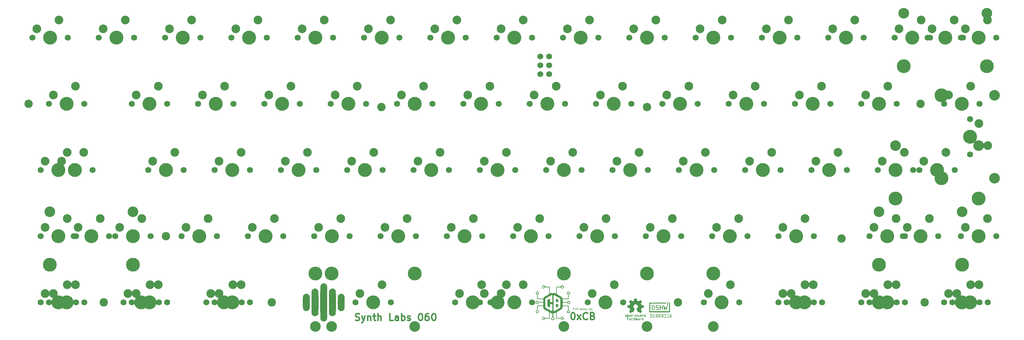
<source format=gbr>
%TF.GenerationSoftware,KiCad,Pcbnew,(5.99.0-12192-g74b8f14ec3)*%
%TF.CreationDate,2021-09-17T01:30:00+02:00*%
%TF.ProjectId,pcb-solder,7063622d-736f-46c6-9465-722e6b696361,1.0*%
%TF.SameCoordinates,Original*%
%TF.FileFunction,Soldermask,Top*%
%TF.FilePolarity,Negative*%
%FSLAX46Y46*%
G04 Gerber Fmt 4.6, Leading zero omitted, Abs format (unit mm)*
G04 Created by KiCad (PCBNEW (5.99.0-12192-g74b8f14ec3)) date 2021-09-17 01:30:00*
%MOMM*%
%LPD*%
G01*
G04 APERTURE LIST*
%ADD10C,0.100000*%
%ADD11C,0.400000*%
%ADD12C,4.000000*%
%ADD13C,1.750000*%
%ADD14C,2.500000*%
%ADD15C,2.400000*%
%ADD16C,3.987800*%
%ADD17C,3.048000*%
%ADD18C,1.700000*%
G04 APERTURE END LIST*
D10*
X232790095Y-179131190D02*
X232790095Y-178631190D01*
X232980571Y-178631190D01*
X233028190Y-178655000D01*
X233052000Y-178678809D01*
X233075809Y-178726428D01*
X233075809Y-178797857D01*
X233052000Y-178845476D01*
X233028190Y-178869285D01*
X232980571Y-178893095D01*
X232790095Y-178893095D01*
X233575809Y-179083571D02*
X233552000Y-179107380D01*
X233480571Y-179131190D01*
X233432952Y-179131190D01*
X233361523Y-179107380D01*
X233313904Y-179059761D01*
X233290095Y-179012142D01*
X233266285Y-178916904D01*
X233266285Y-178845476D01*
X233290095Y-178750238D01*
X233313904Y-178702619D01*
X233361523Y-178655000D01*
X233432952Y-178631190D01*
X233480571Y-178631190D01*
X233552000Y-178655000D01*
X233575809Y-178678809D01*
X233956761Y-178869285D02*
X234028190Y-178893095D01*
X234052000Y-178916904D01*
X234075809Y-178964523D01*
X234075809Y-179035952D01*
X234052000Y-179083571D01*
X234028190Y-179107380D01*
X233980571Y-179131190D01*
X233790095Y-179131190D01*
X233790095Y-178631190D01*
X233956761Y-178631190D01*
X234004380Y-178655000D01*
X234028190Y-178678809D01*
X234052000Y-178726428D01*
X234052000Y-178774047D01*
X234028190Y-178821666D01*
X234004380Y-178845476D01*
X233956761Y-178869285D01*
X233790095Y-178869285D01*
X234885333Y-179131190D02*
X234885333Y-178631190D01*
X234885333Y-179107380D02*
X234837714Y-179131190D01*
X234742476Y-179131190D01*
X234694857Y-179107380D01*
X234671047Y-179083571D01*
X234647238Y-179035952D01*
X234647238Y-178893095D01*
X234671047Y-178845476D01*
X234694857Y-178821666D01*
X234742476Y-178797857D01*
X234837714Y-178797857D01*
X234885333Y-178821666D01*
X235313904Y-179107380D02*
X235266285Y-179131190D01*
X235171047Y-179131190D01*
X235123428Y-179107380D01*
X235099619Y-179059761D01*
X235099619Y-178869285D01*
X235123428Y-178821666D01*
X235171047Y-178797857D01*
X235266285Y-178797857D01*
X235313904Y-178821666D01*
X235337714Y-178869285D01*
X235337714Y-178916904D01*
X235099619Y-178964523D01*
X235528190Y-179107380D02*
X235575809Y-179131190D01*
X235671047Y-179131190D01*
X235718666Y-179107380D01*
X235742476Y-179059761D01*
X235742476Y-179035952D01*
X235718666Y-178988333D01*
X235671047Y-178964523D01*
X235599619Y-178964523D01*
X235552000Y-178940714D01*
X235528190Y-178893095D01*
X235528190Y-178869285D01*
X235552000Y-178821666D01*
X235599619Y-178797857D01*
X235671047Y-178797857D01*
X235718666Y-178821666D01*
X235956761Y-179131190D02*
X235956761Y-178797857D01*
X235956761Y-178631190D02*
X235932952Y-178655000D01*
X235956761Y-178678809D01*
X235980571Y-178655000D01*
X235956761Y-178631190D01*
X235956761Y-178678809D01*
X236409142Y-178797857D02*
X236409142Y-179202619D01*
X236385333Y-179250238D01*
X236361523Y-179274047D01*
X236313904Y-179297857D01*
X236242476Y-179297857D01*
X236194857Y-179274047D01*
X236409142Y-179107380D02*
X236361523Y-179131190D01*
X236266285Y-179131190D01*
X236218666Y-179107380D01*
X236194857Y-179083571D01*
X236171047Y-179035952D01*
X236171047Y-178893095D01*
X236194857Y-178845476D01*
X236218666Y-178821666D01*
X236266285Y-178797857D01*
X236361523Y-178797857D01*
X236409142Y-178821666D01*
X236647238Y-178797857D02*
X236647238Y-179131190D01*
X236647238Y-178845476D02*
X236671047Y-178821666D01*
X236718666Y-178797857D01*
X236790095Y-178797857D01*
X236837714Y-178821666D01*
X236861523Y-178869285D01*
X236861523Y-179131190D01*
X237480571Y-179131190D02*
X237480571Y-178631190D01*
X237480571Y-178821666D02*
X237528190Y-178797857D01*
X237623428Y-178797857D01*
X237671047Y-178821666D01*
X237694857Y-178845476D01*
X237718666Y-178893095D01*
X237718666Y-179035952D01*
X237694857Y-179083571D01*
X237671047Y-179107380D01*
X237623428Y-179131190D01*
X237528190Y-179131190D01*
X237480571Y-179107380D01*
X237885333Y-178797857D02*
X238004380Y-179131190D01*
X238123428Y-178797857D02*
X238004380Y-179131190D01*
X237956761Y-179250238D01*
X237932952Y-179274047D01*
X237885333Y-179297857D01*
X238313904Y-179083571D02*
X238337714Y-179107380D01*
X238313904Y-179131190D01*
X238290095Y-179107380D01*
X238313904Y-179083571D01*
X238313904Y-179131190D01*
X238313904Y-178821666D02*
X238337714Y-178845476D01*
X238313904Y-178869285D01*
X238290095Y-178845476D01*
X238313904Y-178821666D01*
X238313904Y-178869285D01*
D11*
X170274190Y-182119523D02*
X170559904Y-182214761D01*
X171036095Y-182214761D01*
X171226571Y-182119523D01*
X171321809Y-182024285D01*
X171417047Y-181833809D01*
X171417047Y-181643333D01*
X171321809Y-181452857D01*
X171226571Y-181357619D01*
X171036095Y-181262380D01*
X170655142Y-181167142D01*
X170464666Y-181071904D01*
X170369428Y-180976666D01*
X170274190Y-180786190D01*
X170274190Y-180595714D01*
X170369428Y-180405238D01*
X170464666Y-180310000D01*
X170655142Y-180214761D01*
X171131333Y-180214761D01*
X171417047Y-180310000D01*
X172083714Y-180881428D02*
X172559904Y-182214761D01*
X173036095Y-180881428D02*
X172559904Y-182214761D01*
X172369428Y-182690952D01*
X172274190Y-182786190D01*
X172083714Y-182881428D01*
X173798000Y-180881428D02*
X173798000Y-182214761D01*
X173798000Y-181071904D02*
X173893238Y-180976666D01*
X174083714Y-180881428D01*
X174369428Y-180881428D01*
X174559904Y-180976666D01*
X174655142Y-181167142D01*
X174655142Y-182214761D01*
X175321809Y-180881428D02*
X176083714Y-180881428D01*
X175607523Y-180214761D02*
X175607523Y-181929047D01*
X175702761Y-182119523D01*
X175893238Y-182214761D01*
X176083714Y-182214761D01*
X176750380Y-182214761D02*
X176750380Y-180214761D01*
X177607523Y-182214761D02*
X177607523Y-181167142D01*
X177512285Y-180976666D01*
X177321809Y-180881428D01*
X177036095Y-180881428D01*
X176845619Y-180976666D01*
X176750380Y-181071904D01*
X181036095Y-182214761D02*
X180083714Y-182214761D01*
X180083714Y-180214761D01*
X182559904Y-182214761D02*
X182559904Y-181167142D01*
X182464666Y-180976666D01*
X182274190Y-180881428D01*
X181893238Y-180881428D01*
X181702761Y-180976666D01*
X182559904Y-182119523D02*
X182369428Y-182214761D01*
X181893238Y-182214761D01*
X181702761Y-182119523D01*
X181607523Y-181929047D01*
X181607523Y-181738571D01*
X181702761Y-181548095D01*
X181893238Y-181452857D01*
X182369428Y-181452857D01*
X182559904Y-181357619D01*
X183512285Y-182214761D02*
X183512285Y-180214761D01*
X183512285Y-180976666D02*
X183702761Y-180881428D01*
X184083714Y-180881428D01*
X184274190Y-180976666D01*
X184369428Y-181071904D01*
X184464666Y-181262380D01*
X184464666Y-181833809D01*
X184369428Y-182024285D01*
X184274190Y-182119523D01*
X184083714Y-182214761D01*
X183702761Y-182214761D01*
X183512285Y-182119523D01*
X185226571Y-182119523D02*
X185417047Y-182214761D01*
X185798000Y-182214761D01*
X185988476Y-182119523D01*
X186083714Y-181929047D01*
X186083714Y-181833809D01*
X185988476Y-181643333D01*
X185798000Y-181548095D01*
X185512285Y-181548095D01*
X185321809Y-181452857D01*
X185226571Y-181262380D01*
X185226571Y-181167142D01*
X185321809Y-180976666D01*
X185512285Y-180881428D01*
X185798000Y-180881428D01*
X185988476Y-180976666D01*
X188845619Y-180214761D02*
X189036095Y-180214761D01*
X189226571Y-180310000D01*
X189321809Y-180405238D01*
X189417047Y-180595714D01*
X189512285Y-180976666D01*
X189512285Y-181452857D01*
X189417047Y-181833809D01*
X189321809Y-182024285D01*
X189226571Y-182119523D01*
X189036095Y-182214761D01*
X188845619Y-182214761D01*
X188655142Y-182119523D01*
X188559904Y-182024285D01*
X188464666Y-181833809D01*
X188369428Y-181452857D01*
X188369428Y-180976666D01*
X188464666Y-180595714D01*
X188559904Y-180405238D01*
X188655142Y-180310000D01*
X188845619Y-180214761D01*
X191226571Y-180214761D02*
X190845619Y-180214761D01*
X190655142Y-180310000D01*
X190559904Y-180405238D01*
X190369428Y-180690952D01*
X190274190Y-181071904D01*
X190274190Y-181833809D01*
X190369428Y-182024285D01*
X190464666Y-182119523D01*
X190655142Y-182214761D01*
X191036095Y-182214761D01*
X191226571Y-182119523D01*
X191321809Y-182024285D01*
X191417047Y-181833809D01*
X191417047Y-181357619D01*
X191321809Y-181167142D01*
X191226571Y-181071904D01*
X191036095Y-180976666D01*
X190655142Y-180976666D01*
X190464666Y-181071904D01*
X190369428Y-181167142D01*
X190274190Y-181357619D01*
X192655142Y-180214761D02*
X192845619Y-180214761D01*
X193036095Y-180310000D01*
X193131333Y-180405238D01*
X193226571Y-180595714D01*
X193321809Y-180976666D01*
X193321809Y-181452857D01*
X193226571Y-181833809D01*
X193131333Y-182024285D01*
X193036095Y-182119523D01*
X192845619Y-182214761D01*
X192655142Y-182214761D01*
X192464666Y-182119523D01*
X192369428Y-182024285D01*
X192274190Y-181833809D01*
X192178952Y-181452857D01*
X192178952Y-180976666D01*
X192274190Y-180595714D01*
X192369428Y-180405238D01*
X192464666Y-180310000D01*
X192655142Y-180214761D01*
X232631238Y-179929761D02*
X232821714Y-179929761D01*
X233012190Y-180025000D01*
X233107428Y-180120238D01*
X233202666Y-180310714D01*
X233297904Y-180691666D01*
X233297904Y-181167857D01*
X233202666Y-181548809D01*
X233107428Y-181739285D01*
X233012190Y-181834523D01*
X232821714Y-181929761D01*
X232631238Y-181929761D01*
X232440761Y-181834523D01*
X232345523Y-181739285D01*
X232250285Y-181548809D01*
X232155047Y-181167857D01*
X232155047Y-180691666D01*
X232250285Y-180310714D01*
X232345523Y-180120238D01*
X232440761Y-180025000D01*
X232631238Y-179929761D01*
X233964571Y-181929761D02*
X235012190Y-180596428D01*
X233964571Y-180596428D02*
X235012190Y-181929761D01*
X236916952Y-181739285D02*
X236821714Y-181834523D01*
X236536000Y-181929761D01*
X236345523Y-181929761D01*
X236059809Y-181834523D01*
X235869333Y-181644047D01*
X235774095Y-181453571D01*
X235678857Y-181072619D01*
X235678857Y-180786904D01*
X235774095Y-180405952D01*
X235869333Y-180215476D01*
X236059809Y-180025000D01*
X236345523Y-179929761D01*
X236536000Y-179929761D01*
X236821714Y-180025000D01*
X236916952Y-180120238D01*
X238440761Y-180882142D02*
X238726476Y-180977380D01*
X238821714Y-181072619D01*
X238916952Y-181263095D01*
X238916952Y-181548809D01*
X238821714Y-181739285D01*
X238726476Y-181834523D01*
X238536000Y-181929761D01*
X237774095Y-181929761D01*
X237774095Y-179929761D01*
X238440761Y-179929761D01*
X238631238Y-180025000D01*
X238726476Y-180120238D01*
X238821714Y-180310714D01*
X238821714Y-180501190D01*
X238726476Y-180691666D01*
X238631238Y-180786904D01*
X238440761Y-180882142D01*
X237774095Y-180882142D01*
%TO.C,G\u002A\u002A\u002A*%
G36*
X255132811Y-180386392D02*
G01*
X255283674Y-180399329D01*
X255393887Y-180445665D01*
X255442811Y-180482928D01*
X255500068Y-180538144D01*
X255533636Y-180596336D01*
X255549780Y-180680031D01*
X255554767Y-180811756D01*
X255555042Y-180886392D01*
X255552860Y-181044855D01*
X255542140Y-181145877D01*
X255516614Y-181211984D01*
X255470016Y-181265704D01*
X255442811Y-181289855D01*
X255339230Y-181356153D01*
X255212329Y-181383656D01*
X255132811Y-181386392D01*
X254935042Y-181386392D01*
X254935042Y-180886392D01*
X255095042Y-180886392D01*
X255096358Y-181063292D01*
X255102295Y-181174973D01*
X255115834Y-181236197D01*
X255139955Y-181261727D01*
X255171770Y-181266392D01*
X255271914Y-181253803D01*
X255311336Y-181242279D01*
X255367486Y-181183770D01*
X255411519Y-181071944D01*
X255436756Y-180933300D01*
X255436520Y-180794333D01*
X255431923Y-180763836D01*
X255377568Y-180609418D01*
X255285003Y-180524755D01*
X255192184Y-180506392D01*
X255147178Y-180509353D01*
X255118794Y-180528226D01*
X255103200Y-180577993D01*
X255096567Y-180673636D01*
X255095064Y-180830138D01*
X255095042Y-180886392D01*
X254935042Y-180886392D01*
X254935042Y-180386392D01*
X255132811Y-180386392D01*
G37*
G36*
X256233283Y-180389535D02*
G01*
X256326170Y-180400892D01*
X256368168Y-180423359D01*
X256375042Y-180446392D01*
X256355290Y-180482575D01*
X256285985Y-180501204D01*
X256155042Y-180506392D01*
X255935042Y-180506392D01*
X255935042Y-180786392D01*
X256135042Y-180786392D01*
X256260814Y-180792815D01*
X256322243Y-180815054D01*
X256335042Y-180846392D01*
X256313631Y-180884123D01*
X256239501Y-180902552D01*
X256135042Y-180906392D01*
X255935042Y-180906392D01*
X255935042Y-181266392D01*
X256155042Y-181266392D01*
X256287715Y-181271778D01*
X256356020Y-181290680D01*
X256375042Y-181326392D01*
X256359326Y-181358040D01*
X256302537Y-181376617D01*
X256190204Y-181385017D01*
X256075042Y-181386392D01*
X255775042Y-181386392D01*
X255775042Y-180386392D01*
X256075042Y-180386392D01*
X256233283Y-180389535D01*
G37*
G36*
X256572727Y-180622391D02*
G01*
X256603715Y-180549596D01*
X256652014Y-180489614D01*
X256780920Y-180402266D01*
X256928388Y-180392553D01*
X256993249Y-180411239D01*
X257078466Y-180483343D01*
X257136723Y-180610194D01*
X257168021Y-180771218D01*
X257172361Y-180945841D01*
X257149742Y-181113489D01*
X257100163Y-181253587D01*
X257023626Y-181345563D01*
X256993249Y-181361544D01*
X256839384Y-181383945D01*
X256702359Y-181328315D01*
X256652014Y-181283169D01*
X256600430Y-181217863D01*
X256571023Y-181143422D01*
X256557873Y-181035616D01*
X256555042Y-180886392D01*
X256695042Y-180886392D01*
X256702216Y-181026144D01*
X256720631Y-181142285D01*
X256736449Y-181189021D01*
X256808530Y-181254974D01*
X256901416Y-181256094D01*
X256980144Y-181200244D01*
X257014016Y-181115529D01*
X257032604Y-180972259D01*
X257035042Y-180886392D01*
X257020347Y-180692861D01*
X256974828Y-180569558D01*
X256896330Y-180512022D01*
X256851551Y-180506392D01*
X256770092Y-180540663D01*
X256718614Y-180644924D01*
X256696222Y-180821349D01*
X256695042Y-180886392D01*
X256555042Y-180886392D01*
X256558476Y-180726580D01*
X256572727Y-180622391D01*
G37*
G36*
X257372727Y-180622391D02*
G01*
X257403715Y-180549596D01*
X257452014Y-180489614D01*
X257580920Y-180402266D01*
X257728388Y-180392553D01*
X257793249Y-180411239D01*
X257878466Y-180483343D01*
X257936723Y-180610194D01*
X257968021Y-180771218D01*
X257972361Y-180945841D01*
X257949742Y-181113489D01*
X257900163Y-181253587D01*
X257823626Y-181345563D01*
X257793249Y-181361544D01*
X257639384Y-181383945D01*
X257502359Y-181328315D01*
X257452014Y-181283169D01*
X257400430Y-181217863D01*
X257371023Y-181143422D01*
X257357873Y-181035616D01*
X257355042Y-180886392D01*
X257495042Y-180886392D01*
X257502216Y-181026144D01*
X257520631Y-181142285D01*
X257536449Y-181189021D01*
X257608530Y-181254974D01*
X257701416Y-181256094D01*
X257780144Y-181200244D01*
X257814016Y-181115529D01*
X257832604Y-180972259D01*
X257835042Y-180886392D01*
X257820347Y-180692861D01*
X257774828Y-180569558D01*
X257696330Y-180512022D01*
X257651551Y-180506392D01*
X257570092Y-180540663D01*
X257518614Y-180644924D01*
X257496222Y-180821349D01*
X257495042Y-180886392D01*
X257355042Y-180886392D01*
X257358476Y-180726580D01*
X257372727Y-180622391D01*
G37*
G36*
X258172727Y-180622391D02*
G01*
X258203715Y-180549596D01*
X258252014Y-180489614D01*
X258380920Y-180402266D01*
X258528388Y-180392553D01*
X258593249Y-180411239D01*
X258678466Y-180483343D01*
X258736723Y-180610194D01*
X258768021Y-180771218D01*
X258772361Y-180945841D01*
X258749742Y-181113489D01*
X258700163Y-181253587D01*
X258623626Y-181345563D01*
X258593249Y-181361544D01*
X258439384Y-181383945D01*
X258302359Y-181328315D01*
X258252014Y-181283169D01*
X258200430Y-181217863D01*
X258171023Y-181143422D01*
X258157873Y-181035616D01*
X258155042Y-180886392D01*
X258295042Y-180886392D01*
X258302216Y-181026144D01*
X258320631Y-181142285D01*
X258336449Y-181189021D01*
X258408530Y-181254974D01*
X258501416Y-181256094D01*
X258580144Y-181200244D01*
X258614016Y-181115529D01*
X258632604Y-180972259D01*
X258635042Y-180886392D01*
X258620347Y-180692861D01*
X258574828Y-180569558D01*
X258496330Y-180512022D01*
X258451551Y-180506392D01*
X258370092Y-180540663D01*
X258318614Y-180644924D01*
X258296222Y-180821349D01*
X258295042Y-180886392D01*
X258155042Y-180886392D01*
X258158476Y-180726580D01*
X258172727Y-180622391D01*
G37*
G36*
X259324348Y-180389991D02*
G01*
X259350137Y-180408986D01*
X259365254Y-180457819D01*
X259372547Y-180550384D01*
X259374860Y-180700579D01*
X259375042Y-180826392D01*
X259375042Y-181266392D01*
X259475042Y-181266392D01*
X259555469Y-181287255D01*
X259575042Y-181326392D01*
X259558575Y-181358991D01*
X259499366Y-181377648D01*
X259382701Y-181385517D01*
X259295042Y-181386392D01*
X259142913Y-181382863D01*
X259055845Y-181370175D01*
X259019124Y-181345176D01*
X259015042Y-181326392D01*
X259050359Y-181279022D01*
X259136543Y-181266392D01*
X259258044Y-181266392D01*
X259235042Y-180526392D01*
X259125042Y-180539254D01*
X259038328Y-180533344D01*
X259015042Y-180493919D01*
X259051788Y-180438684D01*
X259150347Y-180400706D01*
X259285042Y-180386938D01*
X259324348Y-180389991D01*
G37*
G36*
X260124348Y-180389991D02*
G01*
X260150137Y-180408986D01*
X260165254Y-180457819D01*
X260172547Y-180550384D01*
X260174860Y-180700579D01*
X260175042Y-180826392D01*
X260175042Y-181266392D01*
X260275042Y-181266392D01*
X260355469Y-181287255D01*
X260375042Y-181326392D01*
X260358575Y-181358991D01*
X260299366Y-181377648D01*
X260182701Y-181385517D01*
X260095042Y-181386392D01*
X259942913Y-181382863D01*
X259855845Y-181370175D01*
X259819124Y-181345176D01*
X259815042Y-181326392D01*
X259850359Y-181279022D01*
X259936543Y-181266392D01*
X260058044Y-181266392D01*
X260035042Y-180526392D01*
X259925042Y-180539254D01*
X259838328Y-180533344D01*
X259815042Y-180493919D01*
X259851788Y-180438684D01*
X259950347Y-180400706D01*
X260085042Y-180386938D01*
X260124348Y-180389991D01*
G37*
G36*
X260538948Y-180840235D02*
G01*
X260569453Y-180665541D01*
X260635387Y-180520207D01*
X260733503Y-180427215D01*
X260838881Y-180395313D01*
X260952235Y-180395335D01*
X261044723Y-180423524D01*
X261087043Y-180473256D01*
X261078228Y-180521073D01*
X261018012Y-180518758D01*
X260873076Y-180513281D01*
X260759581Y-180572894D01*
X260701119Y-180666150D01*
X260685110Y-180750177D01*
X260701329Y-180789046D01*
X260739822Y-180767944D01*
X260755042Y-180746392D01*
X260819580Y-180708988D01*
X260919746Y-180712089D01*
X261025219Y-180750908D01*
X261088069Y-180798970D01*
X261159666Y-180926116D01*
X261176958Y-181076619D01*
X261140288Y-181219786D01*
X261082463Y-181299419D01*
X260964555Y-181367084D01*
X260829436Y-181383538D01*
X260708896Y-181347163D01*
X260674549Y-181320184D01*
X260590041Y-181189587D01*
X260555368Y-181059841D01*
X260696617Y-181059841D01*
X260713955Y-181168382D01*
X260743042Y-181218392D01*
X260838650Y-181266021D01*
X260940893Y-181249458D01*
X261018130Y-181174760D01*
X261023054Y-181164780D01*
X261048122Y-181043890D01*
X261021239Y-180936673D01*
X260956710Y-180858827D01*
X260868838Y-180826052D01*
X260771928Y-180854046D01*
X260752840Y-180868219D01*
X260709949Y-180946530D01*
X260696617Y-181059841D01*
X260555368Y-181059841D01*
X260545325Y-181022261D01*
X260538948Y-180840235D01*
G37*
G36*
X259595042Y-177126392D02*
G01*
X259607667Y-177236065D01*
X259620292Y-177345739D01*
X257307667Y-177356065D01*
X254995042Y-177366392D01*
X254973776Y-179586392D01*
X260415042Y-179586392D01*
X260415042Y-177106392D01*
X260656092Y-177106392D01*
X260635042Y-179846392D01*
X257711966Y-179856649D01*
X257235480Y-179857961D01*
X256782410Y-179858507D01*
X256359100Y-179858324D01*
X255971890Y-179857447D01*
X255627121Y-179855913D01*
X255331136Y-179853758D01*
X255090276Y-179851016D01*
X254910882Y-179847724D01*
X254799296Y-179843918D01*
X254761966Y-179839983D01*
X254755587Y-179794971D01*
X254749748Y-179679411D01*
X254744632Y-179502755D01*
X254740425Y-179274453D01*
X254737310Y-179003958D01*
X254735471Y-178700719D01*
X254735042Y-178459415D01*
X254735042Y-177105772D01*
X259595042Y-177126392D01*
G37*
G36*
X255434537Y-178125425D02*
G01*
X255475567Y-178025375D01*
X255586325Y-177881850D01*
X255725770Y-177802323D01*
X255878327Y-177784150D01*
X256028421Y-177824690D01*
X256160475Y-177921302D01*
X256258913Y-178071342D01*
X256290152Y-178163546D01*
X256328907Y-178411433D01*
X256324869Y-178656119D01*
X256281039Y-178877708D01*
X256200419Y-179056300D01*
X256145076Y-179125448D01*
X256009642Y-179209032D01*
X255848104Y-179233582D01*
X255687850Y-179199547D01*
X255564139Y-179115888D01*
X255473909Y-178973113D01*
X255413919Y-178779100D01*
X255386083Y-178557428D01*
X255387567Y-178503701D01*
X255597429Y-178503701D01*
X255605117Y-178690510D01*
X255628628Y-178851667D01*
X255667959Y-178961156D01*
X255669297Y-178963238D01*
X255765221Y-179049533D01*
X255879911Y-179067965D01*
X255990277Y-179018848D01*
X256044119Y-178958151D01*
X256087173Y-178844298D01*
X256112388Y-178679227D01*
X256119764Y-178489704D01*
X256109301Y-178302497D01*
X256081000Y-178144373D01*
X256044119Y-178054632D01*
X255947175Y-177965720D01*
X255832251Y-177944171D01*
X255722441Y-177990300D01*
X255669297Y-178049545D01*
X255629519Y-178157201D01*
X255605563Y-178317259D01*
X255597429Y-178503701D01*
X255387567Y-178503701D01*
X255392317Y-178331677D01*
X255434537Y-178125425D01*
G37*
G36*
X257250042Y-177811392D02*
G01*
X257340312Y-177843164D01*
X257373050Y-177902660D01*
X257375042Y-177935671D01*
X257363457Y-178005780D01*
X257319173Y-178012781D01*
X257305042Y-178007870D01*
X257113104Y-177956262D01*
X256951451Y-177957310D01*
X256832137Y-178009148D01*
X256773621Y-178090128D01*
X256754509Y-178198698D01*
X256795517Y-178283226D01*
X256903636Y-178351558D01*
X257051742Y-178402264D01*
X257248089Y-178477219D01*
X257374713Y-178577181D01*
X257440417Y-178711885D01*
X257455042Y-178848230D01*
X257443379Y-178973484D01*
X257396204Y-179061410D01*
X257331972Y-179122836D01*
X257241098Y-179185917D01*
X257142389Y-179216398D01*
X257002144Y-179224006D01*
X256981972Y-179223856D01*
X256838672Y-179216126D01*
X256716120Y-179199034D01*
X256665042Y-179185145D01*
X256589636Y-179118772D01*
X256575042Y-179046653D01*
X256579430Y-178979376D01*
X256607443Y-178966195D01*
X256681348Y-178999321D01*
X256693055Y-179005364D01*
X256826524Y-179049742D01*
X256977068Y-179064493D01*
X257111849Y-179048879D01*
X257183357Y-179016392D01*
X257267320Y-178915974D01*
X257276070Y-178812877D01*
X257213774Y-178714366D01*
X257084598Y-178627705D01*
X256926907Y-178569230D01*
X256745611Y-178499379D01*
X256633681Y-178406023D01*
X256581615Y-178279048D01*
X256575042Y-178194862D01*
X256607385Y-178018913D01*
X256700852Y-177890519D01*
X256850099Y-177812717D01*
X257049779Y-177788542D01*
X257250042Y-177811392D01*
G37*
G36*
X258615042Y-179226392D02*
G01*
X258515042Y-179226392D01*
X258466617Y-179223270D01*
X258437063Y-179203345D01*
X258421721Y-179150780D01*
X258415934Y-179049734D01*
X258415042Y-178886392D01*
X258415042Y-178546392D01*
X257895042Y-178546392D01*
X257895042Y-178886392D01*
X257893597Y-179051615D01*
X257886765Y-179152527D01*
X257870802Y-179204798D01*
X257841962Y-179224101D01*
X257813786Y-179226392D01*
X257738439Y-179204111D01*
X257712755Y-179174856D01*
X257706756Y-179119107D01*
X257702845Y-178997987D01*
X257701199Y-178826100D01*
X257702001Y-178618051D01*
X257704010Y-178464856D01*
X257708426Y-178221761D01*
X257713417Y-178047052D01*
X257720730Y-177929127D01*
X257732111Y-177856381D01*
X257749307Y-177817209D01*
X257774065Y-177800008D01*
X257805042Y-177793609D01*
X257850653Y-177791581D01*
X257877493Y-177812252D01*
X257890524Y-177871615D01*
X257894710Y-177985664D01*
X257895042Y-178083609D01*
X257895042Y-178386392D01*
X258411537Y-178386392D01*
X258423289Y-178096392D01*
X258431493Y-177945719D01*
X258444876Y-177857264D01*
X258469410Y-177813247D01*
X258511072Y-177795892D01*
X258525042Y-177793609D01*
X258615042Y-177780827D01*
X258615042Y-179226392D01*
G37*
G36*
X260194702Y-176758638D02*
G01*
X260215042Y-176781306D01*
X260206919Y-176827213D01*
X260184254Y-176939399D01*
X260149596Y-177105989D01*
X260105498Y-177315110D01*
X260054511Y-177554887D01*
X259999187Y-177813448D01*
X259942077Y-178078919D01*
X259885733Y-178339425D01*
X259832707Y-178583093D01*
X259785549Y-178798049D01*
X259746811Y-178972419D01*
X259719046Y-179094329D01*
X259708982Y-179136295D01*
X259667735Y-179208658D01*
X259600167Y-179218535D01*
X259558441Y-179202302D01*
X259523265Y-179157782D01*
X259488490Y-179071108D01*
X259447968Y-178928411D01*
X259417424Y-178806392D01*
X259319807Y-178406392D01*
X259247635Y-178726392D01*
X259211003Y-178888454D01*
X259178937Y-179029678D01*
X259157290Y-179124312D01*
X259154490Y-179136392D01*
X259110284Y-179201268D01*
X259038126Y-179229641D01*
X258973139Y-179210581D01*
X258961682Y-179196392D01*
X258949755Y-179148059D01*
X258929142Y-179035341D01*
X258902349Y-178873067D01*
X258871883Y-178676064D01*
X258858574Y-178586392D01*
X258826809Y-178372851D01*
X258797505Y-178181580D01*
X258773313Y-178029474D01*
X258756884Y-177933425D01*
X258753311Y-177915513D01*
X258763074Y-177835472D01*
X258815165Y-177791013D01*
X258882618Y-177800907D01*
X258898858Y-177814208D01*
X258918231Y-177866790D01*
X258943092Y-177982234D01*
X258970329Y-178143864D01*
X258996833Y-178335004D01*
X258998516Y-178348532D01*
X259027497Y-178569691D01*
X259052742Y-178735891D01*
X259073092Y-178841502D01*
X259087390Y-178880892D01*
X259094478Y-178848429D01*
X259095042Y-178817965D01*
X259103495Y-178750133D01*
X259125747Y-178629551D01*
X259157134Y-178481307D01*
X259159876Y-178469108D01*
X259195069Y-178321826D01*
X259224050Y-178237097D01*
X259256472Y-178199061D01*
X259301989Y-178191859D01*
X259327222Y-178194201D01*
X259380245Y-178207290D01*
X259417631Y-178242517D01*
X259448101Y-178316566D01*
X259480374Y-178446118D01*
X259495525Y-178516196D01*
X259528500Y-178663778D01*
X259557113Y-178778110D01*
X259576243Y-178839079D01*
X259578903Y-178843586D01*
X259591372Y-178810875D01*
X259617614Y-178709714D01*
X259655347Y-178550023D01*
X259702290Y-178341725D01*
X259756159Y-178094741D01*
X259814674Y-177818992D01*
X259815765Y-177813782D01*
X259881928Y-177499512D01*
X259934743Y-177254840D01*
X259976777Y-177070964D01*
X260010598Y-176939079D01*
X260038775Y-176850383D01*
X260063875Y-176796074D01*
X260088467Y-176767348D01*
X260115118Y-176755403D01*
X260125042Y-176753609D01*
X260194702Y-176758638D01*
G37*
G36*
X256924600Y-180820692D02*
G01*
X256935042Y-180863459D01*
X256908688Y-180931844D01*
X256852109Y-180946392D01*
X256788359Y-180924839D01*
X256782568Y-180876851D01*
X256819751Y-180812110D01*
X256877406Y-180792485D01*
X256924600Y-180820692D01*
G37*
G36*
X257724600Y-180820692D02*
G01*
X257735042Y-180863459D01*
X257708688Y-180931844D01*
X257652109Y-180946392D01*
X257588359Y-180924839D01*
X257582568Y-180876851D01*
X257619751Y-180812110D01*
X257677406Y-180792485D01*
X257724600Y-180820692D01*
G37*
G36*
X258524600Y-180820692D02*
G01*
X258535042Y-180863459D01*
X258508688Y-180931844D01*
X258452109Y-180946392D01*
X258388359Y-180924839D01*
X258382568Y-180876851D01*
X258419751Y-180812110D01*
X258477406Y-180792485D01*
X258524600Y-180820692D01*
G37*
G36*
X252576604Y-181748397D02*
G01*
X252593955Y-181698676D01*
X252617740Y-181655307D01*
X252647361Y-181618668D01*
X252682222Y-181589138D01*
X252721725Y-181567093D01*
X252765274Y-181552913D01*
X252812271Y-181546975D01*
X252862121Y-181549658D01*
X252884270Y-181553552D01*
X252925983Y-181566896D01*
X252965955Y-181588238D01*
X253002215Y-181616201D01*
X253032792Y-181649411D01*
X253043521Y-181664677D01*
X253057186Y-181688905D01*
X253067591Y-181714660D01*
X253075144Y-181743686D01*
X253080252Y-181777732D01*
X253083323Y-181818541D01*
X253084120Y-181838642D01*
X253086582Y-181917167D01*
X252694873Y-181917167D01*
X252697425Y-181945313D01*
X252704531Y-181977037D01*
X252719088Y-182006609D01*
X252739633Y-182031312D01*
X252747259Y-182037765D01*
X252776871Y-182054869D01*
X252810232Y-182064452D01*
X252845691Y-182066659D01*
X252881599Y-182061634D01*
X252916307Y-182049523D01*
X252948164Y-182030472D01*
X252961989Y-182018877D01*
X252976990Y-182004857D01*
X253023921Y-182045496D01*
X253045373Y-182064666D01*
X253059587Y-182078816D01*
X253066957Y-182088373D01*
X253068084Y-182093348D01*
X253062073Y-182101474D01*
X253049961Y-182112852D01*
X253033722Y-182125974D01*
X253015334Y-182139334D01*
X252996773Y-182151421D01*
X252980013Y-182160730D01*
X252979391Y-182161032D01*
X252958461Y-182169854D01*
X252935006Y-182177927D01*
X252920790Y-182181852D01*
X252896482Y-182185764D01*
X252866305Y-182187945D01*
X252833535Y-182188401D01*
X252801453Y-182187138D01*
X252773338Y-182184163D01*
X252759693Y-182181547D01*
X252713884Y-182166104D01*
X252673981Y-182143405D01*
X252640063Y-182113541D01*
X252612210Y-182076605D01*
X252590499Y-182032685D01*
X252575012Y-181981875D01*
X252571737Y-181966083D01*
X252568130Y-181938786D01*
X252566107Y-181905703D01*
X252565609Y-181869433D01*
X252566579Y-181832577D01*
X252568958Y-181797734D01*
X252569156Y-181796128D01*
X252696175Y-181796128D01*
X252696175Y-181809342D01*
X252825097Y-181809342D01*
X252858764Y-181809219D01*
X252889145Y-181808874D01*
X252915046Y-181808338D01*
X252935271Y-181807644D01*
X252948623Y-181806825D01*
X252953907Y-181805914D01*
X252953946Y-181805825D01*
X252951909Y-181792182D01*
X252946978Y-181773626D01*
X252940295Y-181753708D01*
X252933005Y-181735978D01*
X252928858Y-181727940D01*
X252909263Y-181702455D01*
X252884669Y-181684649D01*
X252854687Y-181674320D01*
X252820409Y-181671250D01*
X252799797Y-181672192D01*
X252783957Y-181675428D01*
X252768367Y-181682040D01*
X252762743Y-181685016D01*
X252746123Y-181696117D01*
X252730736Y-181709711D01*
X252723911Y-181717589D01*
X252712012Y-181737967D01*
X252702550Y-181761969D01*
X252697011Y-181785383D01*
X252696175Y-181796128D01*
X252569156Y-181796128D01*
X252572688Y-181767505D01*
X252576604Y-181748397D01*
G37*
G36*
X252642176Y-180566241D02*
G01*
X252681348Y-180581038D01*
X252701855Y-180592886D01*
X252714157Y-180602852D01*
X252718020Y-180610727D01*
X252717727Y-180612041D01*
X252713865Y-180617972D01*
X252705075Y-180629530D01*
X252692532Y-180645223D01*
X252677412Y-180663563D01*
X252671825Y-180670218D01*
X252628571Y-180721494D01*
X252616664Y-180713657D01*
X252586225Y-180697424D01*
X252556761Y-180689914D01*
X252526734Y-180690816D01*
X252515159Y-180693222D01*
X252484411Y-180705362D01*
X252459608Y-180724694D01*
X252441040Y-180750986D01*
X252439857Y-180753334D01*
X252426611Y-180780309D01*
X252425212Y-180987756D01*
X252423814Y-181195203D01*
X252293001Y-181195203D01*
X252293001Y-180567001D01*
X252424267Y-180567001D01*
X252424267Y-180628743D01*
X252445954Y-180609653D01*
X252480051Y-180585659D01*
X252518280Y-180569218D01*
X252559083Y-180560433D01*
X252600901Y-180559407D01*
X252642176Y-180566241D01*
G37*
G36*
X251165679Y-181772648D02*
G01*
X251179584Y-181815413D01*
X251192629Y-181855106D01*
X251204534Y-181890904D01*
X251215020Y-181921985D01*
X251223805Y-181947527D01*
X251230609Y-181966707D01*
X251235153Y-181978702D01*
X251237156Y-181982691D01*
X251237213Y-181982588D01*
X251238713Y-181976792D01*
X251242446Y-181962886D01*
X251248160Y-181941800D01*
X251255601Y-181914463D01*
X251264515Y-181881807D01*
X251274649Y-181844760D01*
X251285750Y-181804253D01*
X251295934Y-181767149D01*
X251353235Y-181558529D01*
X251422656Y-181557230D01*
X251450008Y-181556852D01*
X251469234Y-181556973D01*
X251481578Y-181557690D01*
X251488280Y-181559099D01*
X251490584Y-181561296D01*
X251490536Y-181562486D01*
X251488881Y-181567951D01*
X251484602Y-181581605D01*
X251477935Y-181602707D01*
X251469115Y-181630518D01*
X251458377Y-181664296D01*
X251445957Y-181703301D01*
X251432090Y-181746792D01*
X251417013Y-181794030D01*
X251400960Y-181844273D01*
X251390546Y-181876843D01*
X251292096Y-182184645D01*
X251234093Y-182183344D01*
X251176089Y-182182044D01*
X251112231Y-181967770D01*
X251099400Y-181924969D01*
X251087319Y-181885152D01*
X251076258Y-181849175D01*
X251066486Y-181817892D01*
X251058272Y-181792158D01*
X251051886Y-181772826D01*
X251047599Y-181760752D01*
X251045679Y-181756789D01*
X251045658Y-181756807D01*
X251043816Y-181761840D01*
X251039593Y-181774971D01*
X251033265Y-181795306D01*
X251025102Y-181821950D01*
X251015378Y-181854009D01*
X251004365Y-181890586D01*
X250992337Y-181930787D01*
X250980000Y-181972252D01*
X250917057Y-182184388D01*
X250859186Y-182184388D01*
X250834750Y-182184251D01*
X250818126Y-182183698D01*
X250807748Y-182182515D01*
X250802055Y-182180489D01*
X250799482Y-182177407D01*
X250799068Y-182176184D01*
X250797290Y-182170429D01*
X250792892Y-182156496D01*
X250786111Y-182135132D01*
X250777187Y-182107089D01*
X250766358Y-182073114D01*
X250753865Y-182033960D01*
X250739946Y-181990374D01*
X250724840Y-181943107D01*
X250708786Y-181892908D01*
X250699297Y-181863254D01*
X250601773Y-181558529D01*
X250669818Y-181557228D01*
X250694020Y-181556868D01*
X250714646Y-181556757D01*
X250729999Y-181556888D01*
X250738382Y-181557256D01*
X250739413Y-181557477D01*
X250740918Y-181562175D01*
X250744625Y-181575030D01*
X250750284Y-181595147D01*
X250757649Y-181621632D01*
X250766473Y-181653592D01*
X250776506Y-181690131D01*
X250787503Y-181730356D01*
X250798534Y-181770873D01*
X250810220Y-181813694D01*
X250821208Y-181853616D01*
X250831249Y-181889752D01*
X250840092Y-181921218D01*
X250847486Y-181947127D01*
X250853181Y-181966594D01*
X250856926Y-181978733D01*
X250858449Y-181982672D01*
X250860312Y-181978341D01*
X250864742Y-181965948D01*
X250871450Y-181946359D01*
X250880146Y-181920444D01*
X250890541Y-181889069D01*
X250902347Y-181853102D01*
X250915274Y-181813411D01*
X250929033Y-181770865D01*
X250929125Y-181770577D01*
X250997458Y-181558529D01*
X251046511Y-181557209D01*
X251095565Y-181555888D01*
X251165679Y-181772648D01*
G37*
G36*
X253260841Y-180745383D02*
G01*
X253279026Y-180697506D01*
X253303598Y-180656190D01*
X253334490Y-180621565D01*
X253371635Y-180593761D01*
X253414966Y-180572908D01*
X253429515Y-180567916D01*
X253453183Y-180563134D01*
X253485868Y-180560806D01*
X253504869Y-180560562D01*
X253530670Y-180561005D01*
X253550314Y-180562508D01*
X253567000Y-180565519D01*
X253583926Y-180570489D01*
X253589732Y-180572502D01*
X253634706Y-180593116D01*
X253673916Y-180620741D01*
X253706715Y-180654831D01*
X253730905Y-180691868D01*
X253741323Y-180713324D01*
X253749070Y-180734307D01*
X253754498Y-180756755D01*
X253757956Y-180782606D01*
X253759796Y-180813799D01*
X253760367Y-180852273D01*
X253760369Y-180854823D01*
X253760369Y-180932671D01*
X253371148Y-180932671D01*
X253374200Y-180952596D01*
X253383746Y-180989486D01*
X253399920Y-181021039D01*
X253422070Y-181046404D01*
X253449548Y-181064730D01*
X253464363Y-181070751D01*
X253499421Y-181077769D01*
X253536669Y-181077135D01*
X253573663Y-181069346D01*
X253607957Y-181054901D01*
X253635189Y-181036010D01*
X253647446Y-181027007D01*
X253657069Y-181023219D01*
X253659629Y-181023461D01*
X253665833Y-181027468D01*
X253677391Y-181036323D01*
X253692611Y-181048688D01*
X253708611Y-181062200D01*
X253727540Y-181078699D01*
X253739672Y-181090723D01*
X253745324Y-181099902D01*
X253744814Y-181107869D01*
X253738458Y-181116255D01*
X253726576Y-181126692D01*
X253721902Y-181130532D01*
X253679261Y-181160842D01*
X253635406Y-181182420D01*
X253588705Y-181195902D01*
X253538931Y-181201856D01*
X253516315Y-181202419D01*
X253494155Y-181202024D01*
X253476279Y-181200765D01*
X253472052Y-181200189D01*
X253420944Y-181187949D01*
X253376341Y-181168982D01*
X253338229Y-181143272D01*
X253306593Y-181110799D01*
X253281416Y-181071546D01*
X253262685Y-181025494D01*
X253250384Y-180972625D01*
X253245272Y-180927074D01*
X253243897Y-180860297D01*
X253246946Y-180824845D01*
X253371148Y-180824845D01*
X253633556Y-180824845D01*
X253630907Y-180809609D01*
X253624254Y-180778975D01*
X253615668Y-180755026D01*
X253604020Y-180735109D01*
X253594003Y-180722765D01*
X253571626Y-180702279D01*
X253547389Y-180689595D01*
X253518919Y-180683682D01*
X253502415Y-180682944D01*
X253468042Y-180686970D01*
X253438127Y-180699032D01*
X253413144Y-180718683D01*
X253393565Y-180745471D01*
X253379862Y-180778948D01*
X253374200Y-180804921D01*
X253371148Y-180824845D01*
X253246946Y-180824845D01*
X253249109Y-180799690D01*
X253260841Y-180745383D01*
G37*
G36*
X253044916Y-180565187D02*
G01*
X253091178Y-180579032D01*
X253135281Y-180600521D01*
X253176128Y-180629663D01*
X253186216Y-180638621D01*
X253218067Y-180668209D01*
X253121893Y-180754531D01*
X253100073Y-180735119D01*
X253071545Y-180713307D01*
X253042946Y-180699464D01*
X253011594Y-180692551D01*
X252986836Y-180691281D01*
X252952066Y-180693873D01*
X252923060Y-180702124D01*
X252897533Y-180716880D01*
X252881953Y-180730143D01*
X252862525Y-180754729D01*
X252847667Y-180786254D01*
X252837724Y-180823285D01*
X252833044Y-180864390D01*
X252833973Y-180908135D01*
X252835469Y-180922123D01*
X252841927Y-180958085D01*
X252851686Y-180987249D01*
X252865675Y-181011889D01*
X252878890Y-181028104D01*
X252902079Y-181048505D01*
X252928346Y-181061931D01*
X252959441Y-181069073D01*
X252986836Y-181070720D01*
X253008932Y-181070341D01*
X253025325Y-181068438D01*
X253039652Y-181064350D01*
X253052735Y-181058751D01*
X253071501Y-181048139D01*
X253090497Y-181034608D01*
X253099207Y-181027107D01*
X253110271Y-181016825D01*
X253118338Y-181009783D01*
X253121305Y-181007680D01*
X253125189Y-181010655D01*
X253134680Y-181018815D01*
X253148471Y-181031012D01*
X253165254Y-181046098D01*
X253170528Y-181050881D01*
X253218075Y-181094082D01*
X253186089Y-181123361D01*
X253149908Y-181151928D01*
X253110329Y-181175176D01*
X253070363Y-181191355D01*
X253067668Y-181192166D01*
X253043955Y-181197247D01*
X253014979Y-181200704D01*
X252984664Y-181202286D01*
X252956931Y-181201744D01*
X252942299Y-181200158D01*
X252894117Y-181189157D01*
X252852423Y-181172482D01*
X252815724Y-181149380D01*
X252783344Y-181119970D01*
X252757046Y-181087724D01*
X252736387Y-181052057D01*
X252720148Y-181010683D01*
X252714151Y-180990315D01*
X252708421Y-180960997D01*
X252704873Y-180925444D01*
X252703504Y-180886538D01*
X252704314Y-180847164D01*
X252707300Y-180810204D01*
X252712459Y-180778541D01*
X252714315Y-180770933D01*
X252729146Y-180726117D01*
X252748311Y-180687816D01*
X252773069Y-180653687D01*
X252783468Y-180642103D01*
X252819638Y-180610285D01*
X252860232Y-180586053D01*
X252904155Y-180569418D01*
X252950308Y-180560389D01*
X252997594Y-180558976D01*
X253044916Y-180565187D01*
G37*
G36*
X251080638Y-175894161D02*
G01*
X251082643Y-175900499D01*
X251086169Y-175915261D01*
X251091056Y-175937649D01*
X251097144Y-175966862D01*
X251104270Y-176002103D01*
X251112274Y-176042570D01*
X251120995Y-176087466D01*
X251130273Y-176135990D01*
X251139945Y-176187343D01*
X251143510Y-176206458D01*
X251154821Y-176267163D01*
X251164597Y-176319314D01*
X251172981Y-176363583D01*
X251180119Y-176400642D01*
X251186154Y-176431162D01*
X251191230Y-176455814D01*
X251195492Y-176475270D01*
X251199084Y-176490201D01*
X251202151Y-176501279D01*
X251204835Y-176509174D01*
X251207282Y-176514558D01*
X251209636Y-176518102D01*
X251210702Y-176519275D01*
X251217893Y-176523911D01*
X251232637Y-176531405D01*
X251253885Y-176541331D01*
X251280591Y-176553261D01*
X251311705Y-176566768D01*
X251346180Y-176581424D01*
X251382969Y-176596803D01*
X251421023Y-176612477D01*
X251459294Y-176628018D01*
X251496735Y-176643000D01*
X251532297Y-176656995D01*
X251564933Y-176669576D01*
X251593595Y-176680315D01*
X251617236Y-176688786D01*
X251634806Y-176694560D01*
X251645258Y-176697211D01*
X251647265Y-176697292D01*
X251653288Y-176694271D01*
X251666339Y-176686365D01*
X251685737Y-176674025D01*
X251710799Y-176657702D01*
X251740846Y-176637847D01*
X251775195Y-176614912D01*
X251813164Y-176589347D01*
X251854074Y-176561605D01*
X251897241Y-176532136D01*
X251913047Y-176521299D01*
X251965276Y-176485497D01*
X252010350Y-176454726D01*
X252048795Y-176428643D01*
X252081140Y-176406906D01*
X252107913Y-176389174D01*
X252129643Y-176375105D01*
X252146858Y-176364357D01*
X252160085Y-176356587D01*
X252169853Y-176351454D01*
X252176690Y-176348617D01*
X252181124Y-176347732D01*
X252181170Y-176347732D01*
X252184733Y-176348182D01*
X252189066Y-176349847D01*
X252194678Y-176353203D01*
X252202082Y-176358725D01*
X252211786Y-176366886D01*
X252224302Y-176378162D01*
X252240141Y-176393028D01*
X252259812Y-176411958D01*
X252283827Y-176435426D01*
X252312696Y-176463909D01*
X252346930Y-176497879D01*
X252387039Y-176537813D01*
X252406809Y-176557524D01*
X252443805Y-176594518D01*
X252478948Y-176629848D01*
X252511651Y-176662911D01*
X252541328Y-176693105D01*
X252567391Y-176719830D01*
X252589256Y-176742482D01*
X252606335Y-176760461D01*
X252618043Y-176773165D01*
X252623793Y-176779991D01*
X252624176Y-176780598D01*
X252628682Y-176794916D01*
X252626744Y-176806382D01*
X252623361Y-176812359D01*
X252615111Y-176825357D01*
X252602456Y-176844686D01*
X252585862Y-176869657D01*
X252565792Y-176899577D01*
X252542708Y-176933756D01*
X252517077Y-176971503D01*
X252489360Y-177012128D01*
X252460022Y-177054939D01*
X252453104Y-177065008D01*
X252414051Y-177122003D01*
X252379965Y-177172145D01*
X252350919Y-177215323D01*
X252326982Y-177251428D01*
X252308227Y-177280353D01*
X252294725Y-177301988D01*
X252286547Y-177316224D01*
X252283766Y-177322953D01*
X252283766Y-177322967D01*
X252285569Y-177329841D01*
X252290754Y-177344255D01*
X252298880Y-177365189D01*
X252309510Y-177391619D01*
X252322204Y-177422524D01*
X252336525Y-177456881D01*
X252352034Y-177493668D01*
X252368291Y-177531864D01*
X252384859Y-177570445D01*
X252401299Y-177608391D01*
X252417173Y-177644678D01*
X252432040Y-177678285D01*
X252445464Y-177708189D01*
X252457006Y-177733369D01*
X252466226Y-177752802D01*
X252472686Y-177765467D01*
X252475635Y-177770102D01*
X252479047Y-177772293D01*
X252485591Y-177774846D01*
X252495880Y-177777893D01*
X252510530Y-177781562D01*
X252530155Y-177785984D01*
X252555370Y-177791287D01*
X252586790Y-177797601D01*
X252625030Y-177805056D01*
X252670703Y-177813781D01*
X252724427Y-177823906D01*
X252781543Y-177834580D01*
X252841944Y-177845858D01*
X252893780Y-177855604D01*
X252937713Y-177863959D01*
X252974402Y-177871064D01*
X253004510Y-177877061D01*
X253028696Y-177882092D01*
X253047622Y-177886297D01*
X253061949Y-177889820D01*
X253072337Y-177892800D01*
X253079447Y-177895380D01*
X253083941Y-177897701D01*
X253086458Y-177899880D01*
X253088101Y-177902382D01*
X253089510Y-177906034D01*
X253090703Y-177911524D01*
X253091697Y-177919539D01*
X253092510Y-177930767D01*
X253093161Y-177945898D01*
X253093667Y-177965619D01*
X253094046Y-177990617D01*
X253094316Y-178021582D01*
X253094495Y-178059201D01*
X253094600Y-178104162D01*
X253094650Y-178157153D01*
X253094662Y-178215931D01*
X253094649Y-178277238D01*
X253094597Y-178329857D01*
X253094489Y-178374475D01*
X253094307Y-178411781D01*
X253094033Y-178442463D01*
X253093648Y-178467207D01*
X253093137Y-178486704D01*
X253092479Y-178501639D01*
X253091658Y-178512701D01*
X253090656Y-178520578D01*
X253089455Y-178525959D01*
X253088036Y-178529529D01*
X253086458Y-178531889D01*
X253083828Y-178534116D01*
X253079144Y-178536472D01*
X253071737Y-178539101D01*
X253060937Y-178542146D01*
X253046073Y-178545750D01*
X253026476Y-178550057D01*
X253001476Y-178555211D01*
X252970402Y-178561355D01*
X252932584Y-178568633D01*
X252887353Y-178577188D01*
X252834038Y-178587163D01*
X252791127Y-178595146D01*
X252739949Y-178604730D01*
X252691404Y-178613974D01*
X252646306Y-178622711D01*
X252605468Y-178630778D01*
X252569702Y-178638010D01*
X252539823Y-178644242D01*
X252516642Y-178649310D01*
X252500974Y-178653049D01*
X252493631Y-178655294D01*
X252493374Y-178655438D01*
X252489229Y-178661329D01*
X252482202Y-178674968D01*
X252472691Y-178695366D01*
X252461090Y-178721531D01*
X252447797Y-178752472D01*
X252433207Y-178787199D01*
X252417717Y-178824720D01*
X252401722Y-178864045D01*
X252385619Y-178904183D01*
X252369804Y-178944143D01*
X252354672Y-178982934D01*
X252340621Y-179019566D01*
X252328046Y-179053046D01*
X252317343Y-179082386D01*
X252308908Y-179106593D01*
X252303138Y-179124677D01*
X252300428Y-179135647D01*
X252300368Y-179138236D01*
X252303572Y-179143932D01*
X252311629Y-179156635D01*
X252324066Y-179175637D01*
X252340408Y-179200232D01*
X252360179Y-179229710D01*
X252382906Y-179263366D01*
X252408114Y-179300490D01*
X252435329Y-179340375D01*
X252462873Y-179380563D01*
X252497195Y-179430573D01*
X252526555Y-179473463D01*
X252551331Y-179509818D01*
X252571903Y-179540225D01*
X252588649Y-179565270D01*
X252601947Y-179585539D01*
X252612176Y-179601618D01*
X252619714Y-179614093D01*
X252624941Y-179623549D01*
X252628234Y-179630575D01*
X252629973Y-179635754D01*
X252630536Y-179639673D01*
X252630542Y-179640123D01*
X252627311Y-179644288D01*
X252617982Y-179654505D01*
X252603103Y-179670212D01*
X252583222Y-179690849D01*
X252558887Y-179715852D01*
X252530646Y-179744661D01*
X252499046Y-179776712D01*
X252464635Y-179811445D01*
X252427961Y-179848297D01*
X252411442Y-179864845D01*
X252366951Y-179909323D01*
X252328572Y-179947563D01*
X252295839Y-179980006D01*
X252268285Y-180007095D01*
X252245442Y-180029270D01*
X252226842Y-180046972D01*
X252212018Y-180060644D01*
X252200504Y-180070727D01*
X252191832Y-180077662D01*
X252185534Y-180081891D01*
X252181143Y-180083854D01*
X252179295Y-180084129D01*
X252173893Y-180082446D01*
X252163793Y-180077236D01*
X252148625Y-180068258D01*
X252128021Y-180055272D01*
X252101610Y-180038036D01*
X252069024Y-180016311D01*
X252029894Y-179989854D01*
X251983850Y-179958426D01*
X251933104Y-179923563D01*
X251884075Y-179889836D01*
X251842140Y-179861093D01*
X251806703Y-179836951D01*
X251777168Y-179817028D01*
X251752940Y-179800943D01*
X251733423Y-179788313D01*
X251718020Y-179778756D01*
X251706137Y-179771890D01*
X251697177Y-179767334D01*
X251690546Y-179764705D01*
X251685646Y-179763622D01*
X251683551Y-179763543D01*
X251673751Y-179765776D01*
X251657632Y-179772152D01*
X251634782Y-179782865D01*
X251604787Y-179798109D01*
X251567234Y-179818078D01*
X251566349Y-179818556D01*
X251530439Y-179837732D01*
X251501714Y-179852444D01*
X251479282Y-179862989D01*
X251462250Y-179869663D01*
X251449728Y-179872763D01*
X251440821Y-179872586D01*
X251434638Y-179869428D01*
X251430385Y-179863772D01*
X251427905Y-179858174D01*
X251422133Y-179844595D01*
X251413344Y-179823703D01*
X251401815Y-179796164D01*
X251387822Y-179762646D01*
X251371642Y-179723816D01*
X251353551Y-179680342D01*
X251333826Y-179632890D01*
X251312743Y-179582128D01*
X251290578Y-179528724D01*
X251267607Y-179473344D01*
X251244108Y-179416657D01*
X251220357Y-179359329D01*
X251196629Y-179302027D01*
X251173202Y-179245419D01*
X251150351Y-179190173D01*
X251128354Y-179136955D01*
X251107486Y-179086432D01*
X251088024Y-179039273D01*
X251070244Y-178996145D01*
X251054423Y-178957714D01*
X251040837Y-178924648D01*
X251029763Y-178897614D01*
X251021477Y-178877280D01*
X251016255Y-178864313D01*
X251014389Y-178859444D01*
X251013188Y-178846421D01*
X251018012Y-178834282D01*
X251029764Y-178821736D01*
X251049352Y-178807489D01*
X251051948Y-178805811D01*
X251124281Y-178755782D01*
X251187676Y-178703948D01*
X251242473Y-178649836D01*
X251289017Y-178592972D01*
X251327648Y-178532883D01*
X251358710Y-178469095D01*
X251382544Y-178401134D01*
X251399493Y-178328527D01*
X251400344Y-178323756D01*
X251404811Y-178288052D01*
X251407116Y-178246542D01*
X251407267Y-178202539D01*
X251405270Y-178159360D01*
X251401131Y-178120320D01*
X251399899Y-178112406D01*
X251382811Y-178037609D01*
X251357408Y-177966446D01*
X251324220Y-177899437D01*
X251283777Y-177837104D01*
X251236607Y-177779968D01*
X251183242Y-177728549D01*
X251124211Y-177683369D01*
X251060042Y-177644949D01*
X250991267Y-177613811D01*
X250918415Y-177590474D01*
X250856234Y-177577562D01*
X250825604Y-177574181D01*
X250789016Y-177572466D01*
X250749292Y-177572352D01*
X250709254Y-177573770D01*
X250671724Y-177576653D01*
X250639525Y-177580932D01*
X250628733Y-177583027D01*
X250554267Y-177603910D01*
X250483711Y-177632868D01*
X250417605Y-177669342D01*
X250356487Y-177712769D01*
X250300895Y-177762591D01*
X250251368Y-177818244D01*
X250208445Y-177879170D01*
X250172663Y-177944808D01*
X250144562Y-178014595D01*
X250124679Y-178087973D01*
X250120028Y-178112793D01*
X250116005Y-178144803D01*
X250113471Y-178181870D01*
X250112459Y-178220984D01*
X250113003Y-178259134D01*
X250115137Y-178293307D01*
X250117778Y-178314380D01*
X250135212Y-178392835D01*
X250160788Y-178466678D01*
X250194469Y-178535837D01*
X250236218Y-178600243D01*
X250285997Y-178659823D01*
X250313638Y-178687547D01*
X250338642Y-178709845D01*
X250369287Y-178734615D01*
X250406271Y-178762384D01*
X250450294Y-178793683D01*
X250487885Y-178819476D01*
X250500358Y-178829442D01*
X250505972Y-178838666D01*
X250506843Y-178845487D01*
X250505095Y-178850941D01*
X250500029Y-178864394D01*
X250491919Y-178885184D01*
X250481035Y-178912648D01*
X250467650Y-178946124D01*
X250452034Y-178984948D01*
X250434459Y-179028458D01*
X250415197Y-179075992D01*
X250394519Y-179126885D01*
X250372696Y-179180476D01*
X250350001Y-179236102D01*
X250326705Y-179293100D01*
X250303079Y-179350807D01*
X250279395Y-179408560D01*
X250255924Y-179465698D01*
X250232938Y-179521556D01*
X250210708Y-179575472D01*
X250189507Y-179626784D01*
X250169605Y-179674828D01*
X250151274Y-179718942D01*
X250134785Y-179758464D01*
X250120411Y-179792729D01*
X250108422Y-179821076D01*
X250099090Y-179842842D01*
X250092687Y-179857364D01*
X250089825Y-179863377D01*
X250085505Y-179869180D01*
X250079451Y-179872359D01*
X250070759Y-179872616D01*
X250058526Y-179869655D01*
X250041850Y-179863177D01*
X250019827Y-179852884D01*
X249991554Y-179838477D01*
X249956128Y-179819660D01*
X249954231Y-179818640D01*
X249916187Y-179798492D01*
X249885753Y-179783085D01*
X249862556Y-179772242D01*
X249846221Y-179765790D01*
X249836449Y-179763555D01*
X249832166Y-179763973D01*
X249826475Y-179765742D01*
X249818767Y-179769251D01*
X249808435Y-179774891D01*
X249794870Y-179783050D01*
X249777464Y-179794116D01*
X249755611Y-179808480D01*
X249728701Y-179826529D01*
X249696128Y-179848654D01*
X249657283Y-179875243D01*
X249611557Y-179906685D01*
X249595013Y-179918084D01*
X249553769Y-179946482D01*
X249514621Y-179973386D01*
X249478285Y-179998307D01*
X249445480Y-180020755D01*
X249416923Y-180040239D01*
X249393332Y-180056270D01*
X249375424Y-180068359D01*
X249363918Y-180076014D01*
X249359745Y-180078650D01*
X249354880Y-180081142D01*
X249350231Y-180082816D01*
X249345283Y-180083236D01*
X249339520Y-180081961D01*
X249332427Y-180078553D01*
X249323488Y-180072572D01*
X249312187Y-180063579D01*
X249298009Y-180051136D01*
X249280438Y-180034803D01*
X249258959Y-180014141D01*
X249233056Y-179988712D01*
X249202213Y-179958075D01*
X249165914Y-179921793D01*
X249123645Y-179879425D01*
X249111561Y-179867306D01*
X249074253Y-179829808D01*
X249038898Y-179794116D01*
X249006056Y-179760805D01*
X248976288Y-179730452D01*
X248950153Y-179703632D01*
X248928212Y-179680921D01*
X248911026Y-179662894D01*
X248899155Y-179650128D01*
X248893158Y-179643197D01*
X248892544Y-179642237D01*
X248891894Y-179631395D01*
X248893720Y-179623473D01*
X248897038Y-179617795D01*
X248905202Y-179605105D01*
X248917736Y-179586111D01*
X248934165Y-179561519D01*
X248954011Y-179532037D01*
X248976800Y-179498372D01*
X249002054Y-179461232D01*
X249029299Y-179421324D01*
X249056992Y-179380906D01*
X249085690Y-179339002D01*
X249112837Y-179299181D01*
X249137961Y-179262150D01*
X249160586Y-179228617D01*
X249180239Y-179199288D01*
X249196445Y-179174872D01*
X249208731Y-179156076D01*
X249216622Y-179143607D01*
X249219627Y-179138236D01*
X249218705Y-179131411D01*
X249214509Y-179116949D01*
X249207437Y-179095841D01*
X249197883Y-179069078D01*
X249186245Y-179037651D01*
X249172919Y-179002550D01*
X249158301Y-178964767D01*
X249142788Y-178925293D01*
X249126776Y-178885118D01*
X249110661Y-178845233D01*
X249094840Y-178806630D01*
X249079709Y-178770300D01*
X249065665Y-178737232D01*
X249053104Y-178708420D01*
X249042421Y-178684852D01*
X249034015Y-178667521D01*
X249028280Y-178657416D01*
X249026471Y-178655337D01*
X249019962Y-178653203D01*
X249004997Y-178649557D01*
X248982343Y-178644556D01*
X248952772Y-178638354D01*
X248917052Y-178631109D01*
X248875953Y-178622977D01*
X248830245Y-178614113D01*
X248780697Y-178604674D01*
X248728718Y-178594934D01*
X248669210Y-178583845D01*
X248618262Y-178574277D01*
X248575208Y-178566088D01*
X248539381Y-178559136D01*
X248510114Y-178553277D01*
X248486740Y-178548370D01*
X248468594Y-178544270D01*
X248455007Y-178540837D01*
X248445314Y-178537926D01*
X248438847Y-178535396D01*
X248434939Y-178533104D01*
X248433542Y-178531778D01*
X248431898Y-178529318D01*
X248430490Y-178525706D01*
X248429297Y-178520254D01*
X248428303Y-178512276D01*
X248427489Y-178501082D01*
X248426838Y-178485986D01*
X248426332Y-178466300D01*
X248425953Y-178441336D01*
X248425683Y-178410406D01*
X248425505Y-178372823D01*
X248425399Y-178327900D01*
X248425349Y-178274948D01*
X248425337Y-178215931D01*
X248425351Y-178154623D01*
X248425402Y-178102003D01*
X248425511Y-178057383D01*
X248425693Y-178020075D01*
X248425967Y-177989391D01*
X248426351Y-177964643D01*
X248426863Y-177945143D01*
X248427521Y-177930202D01*
X248428342Y-177919134D01*
X248429345Y-177911250D01*
X248430546Y-177905861D01*
X248431965Y-177902280D01*
X248433542Y-177899912D01*
X248436116Y-177897702D01*
X248440670Y-177895375D01*
X248447868Y-177892790D01*
X248458377Y-177889805D01*
X248472860Y-177886278D01*
X248491983Y-177882068D01*
X248516411Y-177877033D01*
X248546809Y-177871032D01*
X248583843Y-177863922D01*
X248628178Y-177855562D01*
X248680478Y-177845811D01*
X248734750Y-177835757D01*
X248802672Y-177823118D01*
X248861568Y-177811983D01*
X248911662Y-177802304D01*
X248953176Y-177794037D01*
X248986334Y-177787135D01*
X249011357Y-177781553D01*
X249028469Y-177777246D01*
X249037891Y-177774168D01*
X249039475Y-177773330D01*
X249044283Y-177766951D01*
X249052154Y-177752906D01*
X249062644Y-177732225D01*
X249075304Y-177705936D01*
X249089691Y-177675067D01*
X249105356Y-177640648D01*
X249121855Y-177603708D01*
X249138741Y-177565275D01*
X249155567Y-177526377D01*
X249171888Y-177488045D01*
X249187258Y-177451305D01*
X249201230Y-177417189D01*
X249213358Y-177386723D01*
X249223196Y-177360937D01*
X249230297Y-177340859D01*
X249234217Y-177327520D01*
X249234839Y-177322852D01*
X249233376Y-177317654D01*
X249229426Y-177309279D01*
X249222671Y-177297237D01*
X249212790Y-177281033D01*
X249199463Y-177260177D01*
X249182370Y-177234174D01*
X249161190Y-177202534D01*
X249135604Y-177164763D01*
X249105290Y-177120368D01*
X249069930Y-177068858D01*
X249065668Y-177062664D01*
X249036152Y-177019692D01*
X249008152Y-176978778D01*
X248982133Y-176940613D01*
X248958562Y-176905886D01*
X248937904Y-176875288D01*
X248920625Y-176849510D01*
X248907192Y-176829243D01*
X248898070Y-176815176D01*
X248893725Y-176808000D01*
X248893478Y-176807474D01*
X248891955Y-176791070D01*
X248894159Y-176783690D01*
X248898307Y-176778282D01*
X248908540Y-176766870D01*
X248924279Y-176750050D01*
X248944949Y-176728415D01*
X248969972Y-176702562D01*
X248998772Y-176673086D01*
X249030771Y-176640581D01*
X249065394Y-176605643D01*
X249102063Y-176568867D01*
X249111414Y-176559524D01*
X249154445Y-176516593D01*
X249191376Y-176479838D01*
X249222714Y-176448786D01*
X249248969Y-176422965D01*
X249270649Y-176401899D01*
X249288263Y-176385117D01*
X249302319Y-176372145D01*
X249313326Y-176362508D01*
X249321792Y-176355734D01*
X249328227Y-176351349D01*
X249333139Y-176348880D01*
X249337036Y-176347854D01*
X249338942Y-176347732D01*
X249343329Y-176348567D01*
X249350036Y-176351299D01*
X249359594Y-176356275D01*
X249372537Y-176363837D01*
X249389395Y-176374331D01*
X249410703Y-176388101D01*
X249436991Y-176405490D01*
X249468791Y-176426843D01*
X249506636Y-176452505D01*
X249551058Y-176482820D01*
X249602589Y-176518131D01*
X249607260Y-176521337D01*
X249651070Y-176551314D01*
X249692859Y-176579725D01*
X249731947Y-176606120D01*
X249767654Y-176630048D01*
X249799297Y-176651057D01*
X249826197Y-176668697D01*
X249847674Y-176682516D01*
X249863045Y-176692063D01*
X249871631Y-176696888D01*
X249872926Y-176697381D01*
X249880119Y-176696172D01*
X249894864Y-176691656D01*
X249916114Y-176684261D01*
X249942819Y-176674415D01*
X249973933Y-176662546D01*
X250008406Y-176649081D01*
X250045191Y-176634449D01*
X250083240Y-176619077D01*
X250121504Y-176603392D01*
X250158936Y-176587824D01*
X250194487Y-176572798D01*
X250227109Y-176558744D01*
X250255755Y-176546089D01*
X250279376Y-176535261D01*
X250296923Y-176526687D01*
X250307350Y-176520796D01*
X250309313Y-176519265D01*
X250311720Y-176516352D01*
X250314112Y-176512090D01*
X250316635Y-176505801D01*
X250319433Y-176496810D01*
X250322653Y-176484441D01*
X250326440Y-176468018D01*
X250330940Y-176446864D01*
X250336298Y-176420304D01*
X250342660Y-176387662D01*
X250350171Y-176348261D01*
X250358976Y-176301425D01*
X250369223Y-176246478D01*
X250376690Y-176206278D01*
X250386441Y-176154112D01*
X250395856Y-176104487D01*
X250404774Y-176058201D01*
X250413034Y-176016056D01*
X250420476Y-175978850D01*
X250426939Y-175947383D01*
X250432263Y-175922455D01*
X250436286Y-175904865D01*
X250438849Y-175895414D01*
X250439381Y-175894161D01*
X250446115Y-175883613D01*
X251073885Y-175883613D01*
X251080638Y-175894161D01*
G37*
G36*
X249938230Y-180566585D02*
G01*
X249947318Y-180569148D01*
X249982997Y-180584597D01*
X250015981Y-180607788D01*
X250044695Y-180637151D01*
X250067561Y-180671120D01*
X250081152Y-180702231D01*
X250083521Y-180709621D01*
X250085510Y-180716936D01*
X250087157Y-180725055D01*
X250088505Y-180734859D01*
X250089593Y-180747227D01*
X250090461Y-180763041D01*
X250091152Y-180783179D01*
X250091704Y-180808523D01*
X250092160Y-180839951D01*
X250092559Y-180878346D01*
X250092941Y-180924585D01*
X250093238Y-180964316D01*
X250094924Y-181195203D01*
X249963484Y-181195203D01*
X249962083Y-180990100D01*
X249961737Y-180940888D01*
X249961401Y-180900138D01*
X249961025Y-180866937D01*
X249960561Y-180840372D01*
X249959961Y-180819528D01*
X249959175Y-180803492D01*
X249958155Y-180791351D01*
X249956851Y-180782190D01*
X249955216Y-180775097D01*
X249953200Y-180769158D01*
X249950755Y-180763459D01*
X249949883Y-180761556D01*
X249932644Y-180732166D01*
X249911465Y-180711093D01*
X249885542Y-180697818D01*
X249854071Y-180691822D01*
X249841137Y-180691345D01*
X249820877Y-180691856D01*
X249806008Y-180694130D01*
X249792582Y-180699058D01*
X249781558Y-180704767D01*
X249765519Y-180715591D01*
X249751097Y-180728537D01*
X249744904Y-180735955D01*
X249738969Y-180744857D01*
X249734026Y-180753527D01*
X249729985Y-180762887D01*
X249726755Y-180773856D01*
X249724246Y-180787355D01*
X249722367Y-180804306D01*
X249721027Y-180825629D01*
X249720137Y-180852244D01*
X249719604Y-180885073D01*
X249719340Y-180925035D01*
X249719252Y-180973052D01*
X249719247Y-180996705D01*
X249719247Y-181195203D01*
X249587980Y-181195203D01*
X249587980Y-180567001D01*
X249719247Y-180567001D01*
X249719247Y-180629140D01*
X249739877Y-180610124D01*
X249772780Y-180586004D01*
X249810388Y-180569329D01*
X249851379Y-180560361D01*
X249894433Y-180559359D01*
X249938230Y-180566585D01*
G37*
G36*
X252469680Y-181550500D02*
G01*
X252506628Y-181560989D01*
X252514717Y-181564534D01*
X252531565Y-181573079D01*
X252546507Y-181581681D01*
X252555324Y-181587737D01*
X252566836Y-181597212D01*
X252521162Y-181651708D01*
X252505218Y-181670605D01*
X252491472Y-181686658D01*
X252481004Y-181698626D01*
X252474891Y-181705268D01*
X252473794Y-181706204D01*
X252469099Y-181704192D01*
X252458498Y-181698937D01*
X252445363Y-181692140D01*
X252414879Y-181680834D01*
X252383994Y-181677884D01*
X252354159Y-181682708D01*
X252326822Y-181694727D01*
X252303432Y-181713360D01*
X252285439Y-181738026D01*
X252276458Y-181759796D01*
X252274711Y-181767238D01*
X252273271Y-181777337D01*
X252272111Y-181790955D01*
X252271206Y-181808951D01*
X252270528Y-181832187D01*
X252270051Y-181861524D01*
X252269749Y-181897823D01*
X252269595Y-181941944D01*
X252269560Y-181983651D01*
X252269560Y-182184388D01*
X252138294Y-182184388D01*
X252138294Y-181556185D01*
X252269560Y-181556185D01*
X252269560Y-181617582D01*
X252287141Y-181600457D01*
X252316701Y-181577863D01*
X252351732Y-181561255D01*
X252390236Y-181550948D01*
X252430218Y-181547258D01*
X252469680Y-181550500D01*
G37*
G36*
X251787632Y-180772105D02*
G01*
X251787976Y-180821291D01*
X251788308Y-180862018D01*
X251788678Y-180895204D01*
X251789136Y-180921765D01*
X251789731Y-180942618D01*
X251790515Y-180958681D01*
X251791536Y-180970870D01*
X251792844Y-180980103D01*
X251794490Y-180987297D01*
X251796524Y-180993368D01*
X251798995Y-180999234D01*
X251800141Y-181001781D01*
X251817724Y-181030120D01*
X251841503Y-181051606D01*
X251870855Y-181065693D01*
X251874007Y-181066654D01*
X251908028Y-181072181D01*
X251940077Y-181068638D01*
X251969544Y-181056195D01*
X251995820Y-181035024D01*
X251998879Y-181031740D01*
X252006070Y-181023465D01*
X252012079Y-181015352D01*
X252017012Y-181006507D01*
X252020975Y-180996038D01*
X252024074Y-180983050D01*
X252026414Y-180966653D01*
X252028103Y-180945951D01*
X252029245Y-180920054D01*
X252029946Y-180888067D01*
X252030313Y-180849098D01*
X252030451Y-180802253D01*
X252030468Y-180765394D01*
X252030468Y-180567001D01*
X252161735Y-180567001D01*
X252161735Y-181195203D01*
X252030468Y-181195203D01*
X252030468Y-181133064D01*
X252009035Y-181152821D01*
X251978610Y-181174901D01*
X251942717Y-181191087D01*
X251903627Y-181200780D01*
X251863610Y-181203382D01*
X251831225Y-181199708D01*
X251788005Y-181186367D01*
X251749729Y-181165489D01*
X251717128Y-181137848D01*
X251690935Y-181104214D01*
X251671880Y-181065358D01*
X251660695Y-181022052D01*
X251660300Y-181019401D01*
X251659312Y-181007813D01*
X251658390Y-180987992D01*
X251657558Y-180961085D01*
X251656837Y-180928233D01*
X251656251Y-180890582D01*
X251655821Y-180849276D01*
X251655571Y-180805458D01*
X251655515Y-180776793D01*
X251655422Y-180567001D01*
X251786231Y-180567001D01*
X251787632Y-180772105D01*
G37*
G36*
X250754550Y-180560796D02*
G01*
X250804813Y-180569441D01*
X250812913Y-180571429D01*
X250840393Y-180580226D01*
X250870297Y-180592689D01*
X250899466Y-180607283D01*
X250924742Y-180622471D01*
X250937922Y-180632211D01*
X250954107Y-180645660D01*
X250919170Y-180686416D01*
X250904716Y-180703328D01*
X250892182Y-180718082D01*
X250883034Y-180728949D01*
X250878988Y-180733872D01*
X250875112Y-180736567D01*
X250868854Y-180735869D01*
X250858416Y-180731192D01*
X250841999Y-180721950D01*
X250841484Y-180721648D01*
X250802034Y-180701707D01*
X250763530Y-180689341D01*
X250722872Y-180683668D01*
X250706087Y-180683083D01*
X250682254Y-180683415D01*
X250664605Y-180685288D01*
X250650009Y-180689161D01*
X250641751Y-180692484D01*
X250621014Y-180705793D01*
X250606962Y-180723596D01*
X250600801Y-180744249D01*
X250600623Y-180748444D01*
X250603436Y-180768532D01*
X250612391Y-180784258D01*
X250628184Y-180796101D01*
X250651509Y-180804540D01*
X250683064Y-180810053D01*
X250691339Y-180810937D01*
X250715917Y-180813307D01*
X250744935Y-180816089D01*
X250773500Y-180818814D01*
X250784024Y-180819814D01*
X250822602Y-180824985D01*
X250853970Y-180832850D01*
X250880083Y-180844118D01*
X250902897Y-180859499D01*
X250910051Y-180865614D01*
X250935454Y-180894144D01*
X250953080Y-180927244D01*
X250963072Y-180965313D01*
X250965571Y-181008752D01*
X250965066Y-181020113D01*
X250959998Y-181056304D01*
X250949028Y-181086840D01*
X250931052Y-181114122D01*
X250913124Y-181133123D01*
X250883445Y-181156963D01*
X250850118Y-181175117D01*
X250810718Y-181188858D01*
X250803202Y-181190857D01*
X250772628Y-181196839D01*
X250737544Y-181200785D01*
X250701618Y-181202483D01*
X250668520Y-181201719D01*
X250649830Y-181199736D01*
X250592883Y-181186451D01*
X250537158Y-181164694D01*
X250484629Y-181135339D01*
X250453533Y-181112913D01*
X250426006Y-181091034D01*
X250517476Y-180999220D01*
X250543650Y-181020539D01*
X250579608Y-181045783D01*
X250616748Y-181063303D01*
X250656862Y-181073661D01*
X250701740Y-181077414D01*
X250724482Y-181077077D01*
X250761554Y-181073362D01*
X250790543Y-181065409D01*
X250811856Y-181052954D01*
X250825902Y-181035733D01*
X250833089Y-181013486D01*
X250833909Y-181006544D01*
X250833971Y-180989665D01*
X250830520Y-180975992D01*
X250822689Y-180965077D01*
X250809609Y-180956473D01*
X250790411Y-180949735D01*
X250764226Y-180944414D01*
X250730186Y-180940065D01*
X250699055Y-180937178D01*
X250653818Y-180932501D01*
X250616511Y-180926421D01*
X250585732Y-180918470D01*
X250560080Y-180908177D01*
X250538156Y-180895075D01*
X250518557Y-180878695D01*
X250515581Y-180875776D01*
X250494240Y-180848076D01*
X250479354Y-180815159D01*
X250471117Y-180778788D01*
X250469721Y-180740724D01*
X250475361Y-180702729D01*
X250488230Y-180666565D01*
X250491846Y-180659411D01*
X250512593Y-180630255D01*
X250540657Y-180605650D01*
X250575002Y-180585879D01*
X250614598Y-180571225D01*
X250658409Y-180561971D01*
X250705404Y-180558400D01*
X250754550Y-180560796D01*
G37*
G36*
X248509723Y-180567001D02*
G01*
X248509723Y-180629037D01*
X248529069Y-180611559D01*
X248544073Y-180600021D01*
X248563095Y-180588062D01*
X248577929Y-180580270D01*
X248620000Y-180565325D01*
X248662824Y-180559004D01*
X248705186Y-180561116D01*
X248745868Y-180571466D01*
X248783653Y-180589864D01*
X248817326Y-180616117D01*
X248819762Y-180618507D01*
X248845850Y-180649207D01*
X248863917Y-180682041D01*
X248875311Y-180719534D01*
X248876314Y-180724574D01*
X248878319Y-180740499D01*
X248879934Y-180763917D01*
X248881159Y-180793160D01*
X248881991Y-180826559D01*
X248882431Y-180862445D01*
X248882477Y-180899148D01*
X248882127Y-180935000D01*
X248881381Y-180968333D01*
X248880238Y-180997477D01*
X248878696Y-181020764D01*
X248876753Y-181036524D01*
X248876530Y-181037657D01*
X248863223Y-181079915D01*
X248842353Y-181117101D01*
X248814643Y-181148535D01*
X248780812Y-181173536D01*
X248741584Y-181191424D01*
X248703700Y-181200659D01*
X248661055Y-181202933D01*
X248619488Y-181196190D01*
X248578592Y-181180315D01*
X248537961Y-181155191D01*
X248534335Y-181152496D01*
X248509723Y-181133955D01*
X248509723Y-181613572D01*
X248529647Y-181597272D01*
X248565909Y-181573058D01*
X248604776Y-181556830D01*
X248645084Y-181548363D01*
X248685669Y-181547431D01*
X248725365Y-181553810D01*
X248763009Y-181567274D01*
X248797435Y-181587599D01*
X248827478Y-181614558D01*
X248851974Y-181647928D01*
X248858947Y-181660926D01*
X248867789Y-181681065D01*
X248875339Y-181702000D01*
X248880004Y-181719297D01*
X248880087Y-181719736D01*
X248881113Y-181730020D01*
X248882049Y-181748749D01*
X248882875Y-181774990D01*
X248883575Y-181807811D01*
X248884130Y-181846283D01*
X248884523Y-181889472D01*
X248884735Y-181936447D01*
X248884769Y-181964688D01*
X248884769Y-182184388D01*
X248753503Y-182184388D01*
X248753503Y-181985890D01*
X248753465Y-181934196D01*
X248753293Y-181890952D01*
X248752895Y-181855227D01*
X248752182Y-181826095D01*
X248751064Y-181802627D01*
X248749450Y-181783896D01*
X248747251Y-181768973D01*
X248744376Y-181756932D01*
X248740735Y-181746843D01*
X248736239Y-181737780D01*
X248730796Y-181728814D01*
X248728145Y-181724760D01*
X248709043Y-181703900D01*
X248684567Y-181689150D01*
X248656588Y-181680669D01*
X248626976Y-181678614D01*
X248597599Y-181683142D01*
X248570328Y-181694409D01*
X248549819Y-181709770D01*
X248536860Y-181724676D01*
X248525350Y-181741793D01*
X248521879Y-181748397D01*
X248519530Y-181753784D01*
X248517580Y-181759525D01*
X248515984Y-181766520D01*
X248514698Y-181775669D01*
X248513679Y-181787872D01*
X248512881Y-181804029D01*
X248512261Y-181825040D01*
X248511775Y-181851805D01*
X248511379Y-181885225D01*
X248511027Y-181926198D01*
X248510677Y-181975626D01*
X248510668Y-181976940D01*
X248509270Y-182184388D01*
X248378457Y-182184388D01*
X248378457Y-180884773D01*
X248510948Y-180884773D01*
X248512340Y-180922219D01*
X248516012Y-180957168D01*
X248521964Y-180987303D01*
X248528232Y-181006077D01*
X248544189Y-181033297D01*
X248565334Y-181053911D01*
X248589961Y-181066577D01*
X248614171Y-181071181D01*
X248641742Y-181071331D01*
X248668805Y-181067333D01*
X248691491Y-181059494D01*
X248693689Y-181058336D01*
X248712681Y-181044709D01*
X248727659Y-181026573D01*
X248738916Y-181003059D01*
X248746744Y-180973296D01*
X248751436Y-180936415D01*
X248753285Y-180891545D01*
X248753340Y-180881102D01*
X248751724Y-180831891D01*
X248746672Y-180790975D01*
X248737882Y-180757813D01*
X248725048Y-180731861D01*
X248707867Y-180712579D01*
X248686036Y-180699424D01*
X248659249Y-180691854D01*
X248646310Y-180690197D01*
X248611465Y-180690850D01*
X248581433Y-180699479D01*
X248556413Y-180715974D01*
X248536602Y-180740223D01*
X248528189Y-180756390D01*
X248520457Y-180780639D01*
X248515006Y-180811665D01*
X248511837Y-180847149D01*
X248510948Y-180884773D01*
X248378457Y-180884773D01*
X248378457Y-180567001D01*
X248509723Y-180567001D01*
G37*
G36*
X248985376Y-180739019D02*
G01*
X249003174Y-180693741D01*
X249018842Y-180667813D01*
X249040166Y-180641327D01*
X249064782Y-180616681D01*
X249090332Y-180596273D01*
X249111376Y-180583879D01*
X249156511Y-180567425D01*
X249202609Y-180559413D01*
X249248579Y-180559481D01*
X249293331Y-180567261D01*
X249335773Y-180582390D01*
X249374813Y-180604502D01*
X249409361Y-180633233D01*
X249438326Y-180668219D01*
X249456107Y-180699129D01*
X249466356Y-180722167D01*
X249473932Y-180743896D01*
X249479201Y-180766411D01*
X249482531Y-180791805D01*
X249484288Y-180822173D01*
X249484840Y-180859609D01*
X249484843Y-180863211D01*
X249484843Y-180932671D01*
X249095732Y-180932671D01*
X249095732Y-180942912D01*
X249098226Y-180961472D01*
X249104804Y-180983886D01*
X249114107Y-181006371D01*
X249124780Y-181025144D01*
X249125696Y-181026433D01*
X249141758Y-181043771D01*
X249162015Y-181059011D01*
X249166426Y-181061593D01*
X249178593Y-181067964D01*
X249189109Y-181072046D01*
X249200637Y-181074333D01*
X249215840Y-181075324D01*
X249237380Y-181075513D01*
X249241063Y-181075503D01*
X249270893Y-181074505D01*
X249294480Y-181071069D01*
X249314841Y-181064219D01*
X249334997Y-181052976D01*
X249355133Y-181038539D01*
X249367762Y-181029598D01*
X249377658Y-181023888D01*
X249382045Y-181022654D01*
X249388414Y-181026605D01*
X249399534Y-181035159D01*
X249413699Y-181046826D01*
X249429204Y-181060119D01*
X249444343Y-181073547D01*
X249457410Y-181085623D01*
X249466699Y-181094857D01*
X249470504Y-181099760D01*
X249470521Y-181099877D01*
X249467093Y-181106655D01*
X249457554Y-181117096D01*
X249443651Y-181129751D01*
X249427131Y-181143168D01*
X249409740Y-181155896D01*
X249393226Y-181166485D01*
X249384867Y-181171011D01*
X249340358Y-181188291D01*
X249291477Y-181199104D01*
X249241005Y-181203041D01*
X249191724Y-181199695D01*
X249190455Y-181199503D01*
X249141301Y-181187813D01*
X249097983Y-181168831D01*
X249060593Y-181142676D01*
X249029226Y-181109469D01*
X249003975Y-181069330D01*
X248984933Y-181022379D01*
X248972195Y-180968736D01*
X248966012Y-180911575D01*
X248966000Y-180850504D01*
X248970158Y-180813619D01*
X249095732Y-180813619D01*
X249095732Y-180824845D01*
X249354883Y-180824845D01*
X249352107Y-180801410D01*
X249343858Y-180765916D01*
X249328609Y-180735746D01*
X249307139Y-180711636D01*
X249280228Y-180694326D01*
X249248656Y-180684553D01*
X249226682Y-180682598D01*
X249194667Y-180686279D01*
X249164649Y-180697302D01*
X249139074Y-180714600D01*
X249128506Y-180725522D01*
X249118951Y-180740512D01*
X249109585Y-180760834D01*
X249101749Y-180782885D01*
X249096785Y-180803057D01*
X249095732Y-180813619D01*
X248970158Y-180813619D01*
X248972538Y-180792501D01*
X248985376Y-180739019D01*
G37*
G36*
X251503539Y-181948981D02*
G01*
X251517119Y-181912220D01*
X251537683Y-181879665D01*
X251553262Y-181862794D01*
X251571211Y-181847681D01*
X251590152Y-181835568D01*
X251611326Y-181826163D01*
X251635973Y-181819171D01*
X251665335Y-181814298D01*
X251700653Y-181811250D01*
X251743166Y-181809732D01*
X251778484Y-181809423D01*
X251875762Y-181809342D01*
X251875762Y-181771686D01*
X251874012Y-181741170D01*
X251868208Y-181717136D01*
X251857524Y-181698927D01*
X251841130Y-181685886D01*
X251818198Y-181677353D01*
X251787899Y-181672673D01*
X251749405Y-181671187D01*
X251749184Y-181671186D01*
X251724641Y-181671361D01*
X251707056Y-181672243D01*
X251694015Y-181674175D01*
X251683106Y-181677499D01*
X251673021Y-181682012D01*
X251658262Y-181690601D01*
X251645930Y-181700041D01*
X251641874Y-181704269D01*
X251634530Y-181712254D01*
X251629357Y-181715580D01*
X251629353Y-181715580D01*
X251624480Y-181712929D01*
X251614026Y-181705836D01*
X251599717Y-181695595D01*
X251583277Y-181683497D01*
X251566432Y-181670834D01*
X251550906Y-181658899D01*
X251538425Y-181648983D01*
X251530713Y-181642379D01*
X251529075Y-181640467D01*
X251532093Y-181633887D01*
X251540646Y-181623480D01*
X251552846Y-181611145D01*
X251566803Y-181598781D01*
X251580628Y-181588286D01*
X251581762Y-181587524D01*
X251608474Y-181572059D01*
X251636352Y-181560941D01*
X251667675Y-181553548D01*
X251704720Y-181549255D01*
X251725743Y-181548090D01*
X251785362Y-181548538D01*
X251837930Y-181554947D01*
X251883396Y-181567287D01*
X251921707Y-181585525D01*
X251952812Y-181609632D01*
X251976659Y-181639575D01*
X251993197Y-181675323D01*
X252002215Y-181715580D01*
X252003154Y-181727557D01*
X252004034Y-181747777D01*
X252004833Y-181775107D01*
X252005531Y-181808413D01*
X252006105Y-181846561D01*
X252006537Y-181888420D01*
X252006804Y-181932855D01*
X252006883Y-181967564D01*
X252007028Y-182184388D01*
X251875762Y-182184388D01*
X251875762Y-182132099D01*
X251863827Y-182146284D01*
X251852962Y-182156151D01*
X251837382Y-182166808D01*
X251825150Y-182173560D01*
X251813763Y-182178833D01*
X251803428Y-182182513D01*
X251792026Y-182184928D01*
X251777435Y-182186405D01*
X251757536Y-182187271D01*
X251732776Y-182187808D01*
X251699211Y-182187922D01*
X251673321Y-182186854D01*
X251653462Y-182184499D01*
X251641849Y-182181910D01*
X251600543Y-182166057D01*
X251565491Y-182143524D01*
X251537138Y-182114795D01*
X251515930Y-182080353D01*
X251502312Y-182040680D01*
X251499747Y-182027677D01*
X251497781Y-181992305D01*
X251622623Y-181992305D01*
X251626788Y-182016536D01*
X251639197Y-182036444D01*
X251659661Y-182051803D01*
X251678863Y-182059784D01*
X251694922Y-182063094D01*
X251717341Y-182065373D01*
X251743154Y-182066556D01*
X251769395Y-182066578D01*
X251793097Y-182065375D01*
X251811293Y-182062881D01*
X251812110Y-182062697D01*
X251834251Y-182055110D01*
X251850808Y-182043268D01*
X251862493Y-182026040D01*
X251870019Y-182002293D01*
X251874101Y-181970895D01*
X251874570Y-181963534D01*
X251877180Y-181916181D01*
X251781537Y-181917998D01*
X251748455Y-181918713D01*
X251723239Y-181919532D01*
X251704382Y-181920609D01*
X251690373Y-181922095D01*
X251679705Y-181924143D01*
X251670868Y-181926906D01*
X251663751Y-181929893D01*
X251642086Y-181943976D01*
X251628453Y-181962887D01*
X251622801Y-181986703D01*
X251622623Y-181992305D01*
X251497781Y-181992305D01*
X251497547Y-181988087D01*
X251503539Y-181948981D01*
G37*
G36*
X247760715Y-180821265D02*
G01*
X247762218Y-180792146D01*
X247764578Y-180768718D01*
X247766197Y-180759212D01*
X247780470Y-180712134D01*
X247802030Y-180670440D01*
X247830178Y-180634604D01*
X247864214Y-180605101D01*
X247903439Y-180582405D01*
X247947152Y-180566989D01*
X247994654Y-180559328D01*
X248045246Y-180559897D01*
X248058234Y-180561372D01*
X248105176Y-180572124D01*
X248147929Y-180590848D01*
X248185717Y-180616820D01*
X248217763Y-180649319D01*
X248243289Y-180687624D01*
X248261517Y-180731012D01*
X248268039Y-180756235D01*
X248271068Y-180776968D01*
X248273372Y-180804764D01*
X248274927Y-180837338D01*
X248275706Y-180872402D01*
X248275683Y-180907669D01*
X248274831Y-180940855D01*
X248273124Y-180969671D01*
X248270731Y-180990645D01*
X248258733Y-181038706D01*
X248239162Y-181081834D01*
X248212538Y-181119423D01*
X248179377Y-181150868D01*
X248140198Y-181175564D01*
X248098306Y-181192095D01*
X248073640Y-181197401D01*
X248043652Y-181200877D01*
X248012259Y-181202284D01*
X247983380Y-181201385D01*
X247970362Y-181199880D01*
X247923513Y-181187983D01*
X247881128Y-181168085D01*
X247843856Y-181140750D01*
X247812341Y-181106541D01*
X247787230Y-181066019D01*
X247771212Y-181026433D01*
X247767707Y-181010149D01*
X247764812Y-180986388D01*
X247762561Y-180957031D01*
X247760991Y-180923958D01*
X247760136Y-180889053D01*
X247760098Y-180876462D01*
X247887404Y-180876462D01*
X247888054Y-180912580D01*
X247890917Y-180946658D01*
X247896007Y-180976483D01*
X247903340Y-180999842D01*
X247904990Y-181003370D01*
X247924065Y-181032195D01*
X247948293Y-181053222D01*
X247977402Y-181066303D01*
X248011123Y-181071291D01*
X248028081Y-181070830D01*
X248047441Y-181067770D01*
X248066622Y-181062288D01*
X248074961Y-181058786D01*
X248097419Y-181045333D01*
X248113802Y-181029504D01*
X248127375Y-181008068D01*
X248128613Y-181005668D01*
X248136949Y-180982795D01*
X248142909Y-180953095D01*
X248146498Y-180918811D01*
X248147717Y-180882187D01*
X248146570Y-180845465D01*
X248143059Y-180810889D01*
X248137187Y-180780701D01*
X248128956Y-180757145D01*
X248128311Y-180755839D01*
X248109651Y-180728701D01*
X248084997Y-180708122D01*
X248057645Y-180695789D01*
X248023082Y-180689752D01*
X247990077Y-180692157D01*
X247959863Y-180702513D01*
X247933674Y-180720330D01*
X247912744Y-180745116D01*
X247906639Y-180755839D01*
X247898585Y-180777991D01*
X247892684Y-180806955D01*
X247888953Y-180840516D01*
X247887404Y-180876462D01*
X247760098Y-180876462D01*
X247760032Y-180854195D01*
X247760715Y-180821265D01*
G37*
G36*
X250037074Y-181800920D02*
G01*
X250038381Y-181767645D01*
X250040161Y-181739106D01*
X250042404Y-181717043D01*
X250044134Y-181706864D01*
X250057448Y-181666780D01*
X250077741Y-181631825D01*
X250103924Y-181602350D01*
X250134908Y-181578707D01*
X250169604Y-181561248D01*
X250206924Y-181550326D01*
X250245778Y-181546291D01*
X250285077Y-181549496D01*
X250323733Y-181560293D01*
X250360656Y-181579033D01*
X250384632Y-181596846D01*
X250395512Y-181605734D01*
X250403382Y-181611382D01*
X250405623Y-181612442D01*
X250406286Y-181607936D01*
X250406892Y-181595147D01*
X250407422Y-181575167D01*
X250407856Y-181549088D01*
X250408174Y-181518003D01*
X250408357Y-181483006D01*
X250408394Y-181457736D01*
X250408394Y-181303029D01*
X250539660Y-181303029D01*
X250539660Y-182184388D01*
X250408394Y-182184388D01*
X250408394Y-182122352D01*
X250389853Y-182139102D01*
X250356643Y-182162983D01*
X250318417Y-182179089D01*
X250275007Y-182187478D01*
X250244632Y-182188824D01*
X250213778Y-182187074D01*
X250186785Y-182182553D01*
X250178251Y-182180185D01*
X250140251Y-182163260D01*
X250107042Y-182138782D01*
X250079415Y-182107679D01*
X250058158Y-182070877D01*
X250044058Y-182029301D01*
X250042130Y-182020305D01*
X250039808Y-182002595D01*
X250038038Y-181977441D01*
X250036809Y-181946584D01*
X250036109Y-181911763D01*
X250035927Y-181874719D01*
X250036084Y-181856699D01*
X250165456Y-181856699D01*
X250165897Y-181889139D01*
X250167560Y-181921057D01*
X250170339Y-181949924D01*
X250174127Y-181973207D01*
X250176285Y-181981694D01*
X250189700Y-182011023D01*
X250209891Y-182034420D01*
X250235880Y-182050973D01*
X250258375Y-182058302D01*
X250280162Y-182060266D01*
X250305160Y-182058530D01*
X250328910Y-182053629D01*
X250343430Y-182048092D01*
X250364618Y-182032673D01*
X250382786Y-182010665D01*
X250395748Y-181984818D01*
X250397209Y-181980456D01*
X250401060Y-181962621D01*
X250404107Y-181937871D01*
X250406259Y-181908637D01*
X250407426Y-181877354D01*
X250407518Y-181846454D01*
X250406444Y-181818371D01*
X250404115Y-181795537D01*
X250404075Y-181795277D01*
X250395338Y-181756775D01*
X250382177Y-181726359D01*
X250364224Y-181703664D01*
X250341113Y-181688324D01*
X250312475Y-181679973D01*
X250286504Y-181678075D01*
X250253470Y-181681264D01*
X250226241Y-181691078D01*
X250204459Y-181707891D01*
X250187763Y-181732077D01*
X250175792Y-181764011D01*
X250168666Y-181800385D01*
X250166344Y-181826270D01*
X250165456Y-181856699D01*
X250036084Y-181856699D01*
X250036253Y-181837192D01*
X250037074Y-181800920D01*
G37*
G36*
X249923987Y-181548520D02*
G01*
X249965125Y-181557065D01*
X250004155Y-181573389D01*
X250030193Y-181590020D01*
X250033164Y-181593010D01*
X250033724Y-181596903D01*
X250031144Y-181602918D01*
X250024695Y-181612279D01*
X250013648Y-181626205D01*
X249997274Y-181645918D01*
X249995694Y-181647804D01*
X249979980Y-181666518D01*
X249966281Y-181682773D01*
X249955793Y-181695158D01*
X249949706Y-181702262D01*
X249948833Y-181703244D01*
X249943054Y-181703335D01*
X249931460Y-181699675D01*
X249916449Y-181693030D01*
X249915778Y-181692696D01*
X249883862Y-181681310D01*
X249852093Y-181678402D01*
X249821813Y-181683562D01*
X249794369Y-181696380D01*
X249771104Y-181716446D01*
X249754027Y-181741993D01*
X249751889Y-181746785D01*
X249750107Y-181752358D01*
X249748643Y-181759588D01*
X249747457Y-181769347D01*
X249746511Y-181782513D01*
X249745764Y-181799959D01*
X249745179Y-181822559D01*
X249744715Y-181851190D01*
X249744333Y-181886726D01*
X249743995Y-181930041D01*
X249743721Y-181972252D01*
X249742412Y-182184388D01*
X249611421Y-182184388D01*
X249611421Y-181556185D01*
X249742687Y-181556185D01*
X249742687Y-181612550D01*
X249768044Y-181591897D01*
X249802769Y-181569440D01*
X249841324Y-181554717D01*
X249882225Y-181547740D01*
X249923987Y-181548520D01*
G37*
G36*
X248971800Y-181975845D02*
G01*
X248972616Y-181959079D01*
X248974650Y-181946132D01*
X248978390Y-181934231D01*
X248984324Y-181920597D01*
X248986272Y-181916458D01*
X249007438Y-181881577D01*
X249034550Y-181853895D01*
X249067837Y-181833184D01*
X249069239Y-181832526D01*
X249086934Y-181825171D01*
X249105488Y-181819478D01*
X249126374Y-181815259D01*
X249151064Y-181812327D01*
X249181031Y-181810496D01*
X249217748Y-181809579D01*
X249251611Y-181809377D01*
X249344200Y-181809342D01*
X249344183Y-181765977D01*
X249343053Y-181737806D01*
X249339105Y-181717013D01*
X249331464Y-181701802D01*
X249319257Y-181690377D01*
X249303055Y-181681586D01*
X249291070Y-181676989D01*
X249278081Y-181673991D01*
X249261662Y-181672265D01*
X249239384Y-181671485D01*
X249226999Y-181671356D01*
X249195664Y-181671858D01*
X249171566Y-181674142D01*
X249152645Y-181678755D01*
X249136842Y-181686245D01*
X249122099Y-181697157D01*
X249118737Y-181700123D01*
X249105859Y-181710018D01*
X249096793Y-181713321D01*
X249094737Y-181712777D01*
X249084117Y-181705742D01*
X249069847Y-181695297D01*
X249053625Y-181682812D01*
X249037149Y-181669657D01*
X249022116Y-181657200D01*
X249010225Y-181646812D01*
X249003174Y-181639862D01*
X249001971Y-181637949D01*
X249005574Y-181630806D01*
X249015133Y-181620112D01*
X249028771Y-181607471D01*
X249044611Y-181594488D01*
X249060776Y-181582767D01*
X249075390Y-181573910D01*
X249078945Y-181572164D01*
X249109260Y-181560435D01*
X249141215Y-181552695D01*
X249176965Y-181548620D01*
X249218666Y-181547883D01*
X249236375Y-181548405D01*
X249264849Y-181550082D01*
X249291672Y-181552643D01*
X249314116Y-181555784D01*
X249327497Y-181558620D01*
X249370152Y-181574280D01*
X249406142Y-181595675D01*
X249434998Y-181622429D01*
X249456248Y-181654164D01*
X249461888Y-181666592D01*
X249473123Y-181694484D01*
X249475859Y-182184388D01*
X249344200Y-182184388D01*
X249344200Y-182136710D01*
X249323165Y-182155226D01*
X249304524Y-182168911D01*
X249283362Y-182178658D01*
X249257972Y-182184912D01*
X249226644Y-182188114D01*
X249193874Y-182188767D01*
X249166814Y-182187948D01*
X249141711Y-182185983D01*
X249121592Y-182183145D01*
X249115011Y-182181666D01*
X249073666Y-182166238D01*
X249037923Y-182143968D01*
X249008538Y-182115460D01*
X248986265Y-182081321D01*
X248983960Y-182076562D01*
X248978460Y-182063664D01*
X248974907Y-182051539D01*
X248972878Y-182037512D01*
X248971948Y-182018906D01*
X248971734Y-182000857D01*
X249092357Y-182000857D01*
X249099564Y-182021170D01*
X249114214Y-182039428D01*
X249136251Y-182054158D01*
X249143991Y-182057549D01*
X249163037Y-182062578D01*
X249187934Y-182065678D01*
X249216040Y-182066883D01*
X249244714Y-182066228D01*
X249271314Y-182063749D01*
X249293200Y-182059481D01*
X249304352Y-182055422D01*
X249321193Y-182043845D01*
X249333043Y-182027715D01*
X249340416Y-182005807D01*
X249343823Y-181976898D01*
X249344200Y-181960222D01*
X249344200Y-181916189D01*
X249251611Y-181918160D01*
X249217744Y-181919026D01*
X249191802Y-181920083D01*
X249172333Y-181921464D01*
X249157887Y-181923304D01*
X249147013Y-181925735D01*
X249139080Y-181928541D01*
X249115954Y-181942332D01*
X249100496Y-181959964D01*
X249092649Y-181979964D01*
X249092357Y-182000857D01*
X248971734Y-182000857D01*
X248971714Y-181999209D01*
X248971800Y-181975845D01*
G37*
G36*
X251036720Y-180831189D02*
G01*
X251039434Y-180789144D01*
X251044442Y-180753579D01*
X251052142Y-180723108D01*
X251062934Y-180696341D01*
X251077217Y-180671892D01*
X251095392Y-180648371D01*
X251106409Y-180636157D01*
X251141602Y-180604816D01*
X251180606Y-180581848D01*
X251224167Y-180566876D01*
X251255064Y-180561282D01*
X251306935Y-180558892D01*
X251355643Y-180564875D01*
X251400551Y-180578836D01*
X251441025Y-180600382D01*
X251476427Y-180629121D01*
X251506122Y-180664657D01*
X251529473Y-180706599D01*
X251541323Y-180738316D01*
X251544105Y-180748523D01*
X251546231Y-180759726D01*
X251547784Y-180773312D01*
X251548847Y-180790666D01*
X251549506Y-180813175D01*
X251549842Y-180842223D01*
X251549940Y-180879197D01*
X251549941Y-180881102D01*
X251549851Y-180918472D01*
X251549528Y-180947853D01*
X251548886Y-180970631D01*
X251547842Y-180988191D01*
X251546314Y-181001919D01*
X251544216Y-181013201D01*
X251541466Y-181023423D01*
X251541323Y-181023888D01*
X251527831Y-181060195D01*
X251510852Y-181090758D01*
X251488271Y-181119107D01*
X251477760Y-181130055D01*
X251445313Y-181158183D01*
X251411113Y-181178731D01*
X251373349Y-181192472D01*
X251330209Y-181200177D01*
X251309296Y-181201841D01*
X251286992Y-181202376D01*
X251264861Y-181201769D01*
X251247082Y-181200157D01*
X251244497Y-181199740D01*
X251197277Y-181186812D01*
X251154978Y-181166145D01*
X251118188Y-181138315D01*
X251087496Y-181103898D01*
X251063489Y-181063471D01*
X251046756Y-181017610D01*
X251043174Y-181002551D01*
X251039824Y-180981274D01*
X251037540Y-180953919D01*
X251036256Y-180919362D01*
X251036081Y-180900557D01*
X251164188Y-180900557D01*
X251167872Y-180946725D01*
X251176276Y-180985400D01*
X251189351Y-181016362D01*
X251207044Y-181039391D01*
X251210732Y-181042691D01*
X251237643Y-181059503D01*
X251268601Y-181069202D01*
X251301246Y-181071520D01*
X251333215Y-181066187D01*
X251351927Y-181058786D01*
X251374512Y-181045237D01*
X251390951Y-181029319D01*
X251404444Y-181007887D01*
X251405209Y-181006398D01*
X251413438Y-180983781D01*
X251419349Y-180954304D01*
X251422944Y-180920193D01*
X251424226Y-180883670D01*
X251423198Y-180846962D01*
X251419863Y-180812293D01*
X251414223Y-180781886D01*
X251406280Y-180757968D01*
X251404907Y-180755109D01*
X251386708Y-180728731D01*
X251363101Y-180708876D01*
X251335618Y-180695767D01*
X251305793Y-180689626D01*
X251275159Y-180690676D01*
X251245251Y-180699138D01*
X251217601Y-180715234D01*
X251205144Y-180726173D01*
X251191674Y-180741496D01*
X251181673Y-180757898D01*
X251174523Y-180777256D01*
X251169603Y-180801448D01*
X251166295Y-180832352D01*
X251165278Y-180847117D01*
X251164188Y-180900557D01*
X251036081Y-180900557D01*
X251035899Y-180881102D01*
X251036720Y-180831189D01*
G37*
G36*
X161416093Y-171563573D02*
G01*
X161589969Y-171624386D01*
X161749274Y-171716025D01*
X161889665Y-171835442D01*
X162006800Y-171979590D01*
X162096336Y-172145420D01*
X162153232Y-172326560D01*
X162156600Y-172362531D01*
X162159778Y-172436301D01*
X162162764Y-172545670D01*
X162165561Y-172688436D01*
X162168166Y-172862400D01*
X162170582Y-173065361D01*
X162172806Y-173295119D01*
X162174841Y-173549472D01*
X162176684Y-173826221D01*
X162178338Y-174123164D01*
X162179800Y-174438102D01*
X162181072Y-174768833D01*
X162182154Y-175113158D01*
X162183045Y-175468875D01*
X162183746Y-175833785D01*
X162184256Y-176205686D01*
X162184575Y-176582379D01*
X162184704Y-176961662D01*
X162184643Y-177341335D01*
X162184391Y-177719197D01*
X162183948Y-178093049D01*
X162183315Y-178460689D01*
X162182492Y-178819917D01*
X162181478Y-179168533D01*
X162180273Y-179504335D01*
X162178878Y-179825124D01*
X162177292Y-180128699D01*
X162175516Y-180412859D01*
X162173549Y-180675404D01*
X162171392Y-180914133D01*
X162169045Y-181126846D01*
X162166506Y-181311343D01*
X162163778Y-181465422D01*
X162160858Y-181586883D01*
X162157749Y-181673526D01*
X162154448Y-181723150D01*
X162153232Y-181731439D01*
X162093873Y-181918689D01*
X162001079Y-182087560D01*
X161878676Y-182234229D01*
X161730489Y-182354871D01*
X161560341Y-182445662D01*
X161384439Y-182500232D01*
X161255261Y-182521533D01*
X161140647Y-182524578D01*
X161019545Y-182509322D01*
X160970218Y-182499322D01*
X160786543Y-182439578D01*
X160620070Y-182346188D01*
X160474900Y-182223298D01*
X160355137Y-182075058D01*
X160264881Y-181905614D01*
X160210767Y-181731439D01*
X160207399Y-181695468D01*
X160204221Y-181621698D01*
X160201235Y-181512329D01*
X160198438Y-181369563D01*
X160195833Y-181195599D01*
X160193417Y-180992638D01*
X160191193Y-180762880D01*
X160189158Y-180508527D01*
X160187315Y-180231778D01*
X160185661Y-179934835D01*
X160184199Y-179619897D01*
X160182927Y-179289166D01*
X160181845Y-178944841D01*
X160180954Y-178589124D01*
X160180253Y-178224214D01*
X160179743Y-177852313D01*
X160179424Y-177475620D01*
X160179295Y-177096337D01*
X160179356Y-176716664D01*
X160179608Y-176338802D01*
X160180051Y-175964950D01*
X160180684Y-175597310D01*
X160181507Y-175238082D01*
X160182521Y-174889466D01*
X160183726Y-174553664D01*
X160185121Y-174232875D01*
X160186707Y-173929300D01*
X160188483Y-173645140D01*
X160190450Y-173382595D01*
X160192607Y-173143866D01*
X160194954Y-172931153D01*
X160197493Y-172746656D01*
X160200221Y-172592577D01*
X160203141Y-172471116D01*
X160206250Y-172384473D01*
X160209551Y-172334849D01*
X160210767Y-172326560D01*
X160270107Y-172138969D01*
X160362602Y-171970440D01*
X160484583Y-171824417D01*
X160632379Y-171704342D01*
X160802322Y-171613659D01*
X160990743Y-171555809D01*
X161042000Y-171546619D01*
X161231989Y-171536635D01*
X161416093Y-171563573D01*
G37*
G36*
X156322000Y-174546619D02*
G01*
X156514599Y-174595421D01*
X156689669Y-174677948D01*
X156843542Y-174790756D01*
X156972547Y-174930403D01*
X157073015Y-175093444D01*
X157141276Y-175276438D01*
X157153232Y-175326560D01*
X157158962Y-175374324D01*
X157164107Y-175458195D01*
X157168666Y-175574284D01*
X157172639Y-175718702D01*
X157176027Y-175887561D01*
X157178829Y-176076971D01*
X157181045Y-176283045D01*
X157182676Y-176501892D01*
X157183721Y-176729624D01*
X157184181Y-176962352D01*
X157184054Y-177196188D01*
X157183343Y-177427242D01*
X157182046Y-177651627D01*
X157180163Y-177865452D01*
X157177694Y-178064829D01*
X157174640Y-178245870D01*
X157171000Y-178404685D01*
X157166775Y-178537386D01*
X157161964Y-178640083D01*
X157156568Y-178708889D01*
X157153232Y-178731439D01*
X157093873Y-178918689D01*
X157001079Y-179087560D01*
X156878676Y-179234229D01*
X156730489Y-179354871D01*
X156560341Y-179445662D01*
X156384439Y-179500232D01*
X156255261Y-179521533D01*
X156140647Y-179524578D01*
X156019545Y-179509322D01*
X155970218Y-179499322D01*
X155786543Y-179439578D01*
X155620070Y-179346188D01*
X155474900Y-179223298D01*
X155355137Y-179075058D01*
X155264881Y-178905614D01*
X155210767Y-178731439D01*
X155205037Y-178683675D01*
X155199892Y-178599804D01*
X155195333Y-178483715D01*
X155191360Y-178339297D01*
X155187972Y-178170438D01*
X155185170Y-177981028D01*
X155182954Y-177774954D01*
X155181323Y-177556107D01*
X155180278Y-177328375D01*
X155179818Y-177095647D01*
X155179945Y-176861811D01*
X155180656Y-176630757D01*
X155181953Y-176406372D01*
X155183836Y-176192547D01*
X155186305Y-175993170D01*
X155189359Y-175812129D01*
X155192999Y-175653314D01*
X155197224Y-175520613D01*
X155202035Y-175417916D01*
X155207431Y-175349110D01*
X155210767Y-175326560D01*
X155268950Y-175142391D01*
X155358999Y-174976909D01*
X155476573Y-174833162D01*
X155617327Y-174714199D01*
X155776921Y-174623066D01*
X155951010Y-174562812D01*
X156135252Y-174536485D01*
X156322000Y-174546619D01*
G37*
G36*
X166322000Y-174546619D02*
G01*
X166514599Y-174595421D01*
X166689669Y-174677948D01*
X166843542Y-174790756D01*
X166972547Y-174930403D01*
X167073015Y-175093444D01*
X167141276Y-175276438D01*
X167153232Y-175326560D01*
X167158962Y-175374324D01*
X167164107Y-175458195D01*
X167168666Y-175574284D01*
X167172639Y-175718702D01*
X167176027Y-175887561D01*
X167178829Y-176076971D01*
X167181045Y-176283045D01*
X167182676Y-176501892D01*
X167183721Y-176729624D01*
X167184181Y-176962352D01*
X167184054Y-177196188D01*
X167183343Y-177427242D01*
X167182046Y-177651627D01*
X167180163Y-177865452D01*
X167177694Y-178064829D01*
X167174640Y-178245870D01*
X167171000Y-178404685D01*
X167166775Y-178537386D01*
X167161964Y-178640083D01*
X167156568Y-178708889D01*
X167153232Y-178731439D01*
X167093873Y-178918689D01*
X167001079Y-179087560D01*
X166878676Y-179234229D01*
X166730489Y-179354871D01*
X166560341Y-179445662D01*
X166384439Y-179500232D01*
X166255261Y-179521533D01*
X166140647Y-179524578D01*
X166019545Y-179509322D01*
X165970218Y-179499322D01*
X165786543Y-179439578D01*
X165620070Y-179346188D01*
X165474900Y-179223298D01*
X165355137Y-179075058D01*
X165264881Y-178905614D01*
X165210767Y-178731439D01*
X165205037Y-178683675D01*
X165199892Y-178599804D01*
X165195333Y-178483715D01*
X165191360Y-178339297D01*
X165187972Y-178170438D01*
X165185170Y-177981028D01*
X165182954Y-177774954D01*
X165181323Y-177556107D01*
X165180278Y-177328375D01*
X165179818Y-177095647D01*
X165179945Y-176861811D01*
X165180656Y-176630757D01*
X165181953Y-176406372D01*
X165183836Y-176192547D01*
X165186305Y-175993170D01*
X165189359Y-175812129D01*
X165192999Y-175653314D01*
X165197224Y-175520613D01*
X165202035Y-175417916D01*
X165207431Y-175349110D01*
X165210767Y-175326560D01*
X165268950Y-175142391D01*
X165358999Y-174976909D01*
X165476573Y-174833162D01*
X165617327Y-174714199D01*
X165776921Y-174623066D01*
X165951010Y-174562812D01*
X166135252Y-174536485D01*
X166322000Y-174546619D01*
G37*
G36*
X163916093Y-173063573D02*
G01*
X164089969Y-173124386D01*
X164249274Y-173216025D01*
X164389665Y-173335442D01*
X164506800Y-173479590D01*
X164596336Y-173645420D01*
X164653232Y-173826560D01*
X164657335Y-173866139D01*
X164661149Y-173943008D01*
X164664676Y-174054459D01*
X164667916Y-174197781D01*
X164670868Y-174370266D01*
X164673532Y-174569205D01*
X164675909Y-174791888D01*
X164677998Y-175035608D01*
X164679800Y-175297654D01*
X164681314Y-175575317D01*
X164682540Y-175865890D01*
X164683479Y-176166662D01*
X164684130Y-176474924D01*
X164684494Y-176787968D01*
X164684570Y-177103085D01*
X164684359Y-177417565D01*
X164683860Y-177728699D01*
X164683074Y-178033779D01*
X164682000Y-178330095D01*
X164680638Y-178614938D01*
X164678989Y-178885600D01*
X164677052Y-179139371D01*
X164674828Y-179373543D01*
X164672316Y-179585405D01*
X164669516Y-179772250D01*
X164666429Y-179931368D01*
X164663055Y-180060049D01*
X164659392Y-180155586D01*
X164655443Y-180215269D01*
X164653232Y-180231439D01*
X164593873Y-180418689D01*
X164501079Y-180587560D01*
X164378676Y-180734229D01*
X164230489Y-180854871D01*
X164060341Y-180945662D01*
X163884439Y-181000232D01*
X163755261Y-181021533D01*
X163640647Y-181024578D01*
X163519545Y-181009322D01*
X163470218Y-180999322D01*
X163286543Y-180939578D01*
X163120070Y-180846188D01*
X162974900Y-180723298D01*
X162855137Y-180575058D01*
X162764881Y-180405614D01*
X162710767Y-180231439D01*
X162706664Y-180191860D01*
X162702850Y-180114991D01*
X162699323Y-180003540D01*
X162696083Y-179860218D01*
X162693131Y-179687733D01*
X162690467Y-179488794D01*
X162688090Y-179266111D01*
X162686001Y-179022391D01*
X162684199Y-178760345D01*
X162682685Y-178482682D01*
X162681459Y-178192109D01*
X162680520Y-177891337D01*
X162679869Y-177583075D01*
X162679505Y-177270031D01*
X162679429Y-176954914D01*
X162679640Y-176640434D01*
X162680139Y-176329300D01*
X162680925Y-176024220D01*
X162681999Y-175727904D01*
X162683361Y-175443061D01*
X162685010Y-175172399D01*
X162686947Y-174918628D01*
X162689171Y-174684456D01*
X162691683Y-174472594D01*
X162694483Y-174285749D01*
X162697570Y-174126631D01*
X162700944Y-173997950D01*
X162704607Y-173902413D01*
X162708556Y-173842730D01*
X162710767Y-173826560D01*
X162770107Y-173638969D01*
X162862602Y-173470440D01*
X162984583Y-173324417D01*
X163132379Y-173204342D01*
X163302322Y-173113659D01*
X163490743Y-173055809D01*
X163542000Y-173046619D01*
X163731989Y-173036635D01*
X163916093Y-173063573D01*
G37*
G36*
X158916093Y-173063573D02*
G01*
X159089969Y-173124386D01*
X159249274Y-173216025D01*
X159389665Y-173335442D01*
X159506800Y-173479590D01*
X159596336Y-173645420D01*
X159653232Y-173826560D01*
X159657335Y-173866139D01*
X159661149Y-173943008D01*
X159664676Y-174054459D01*
X159667916Y-174197781D01*
X159670868Y-174370266D01*
X159673532Y-174569205D01*
X159675909Y-174791888D01*
X159677998Y-175035608D01*
X159679800Y-175297654D01*
X159681314Y-175575317D01*
X159682540Y-175865890D01*
X159683479Y-176166662D01*
X159684130Y-176474924D01*
X159684494Y-176787968D01*
X159684570Y-177103085D01*
X159684359Y-177417565D01*
X159683860Y-177728699D01*
X159683074Y-178033779D01*
X159682000Y-178330095D01*
X159680638Y-178614938D01*
X159678989Y-178885600D01*
X159677052Y-179139371D01*
X159674828Y-179373543D01*
X159672316Y-179585405D01*
X159669516Y-179772250D01*
X159666429Y-179931368D01*
X159663055Y-180060049D01*
X159659392Y-180155586D01*
X159655443Y-180215269D01*
X159653232Y-180231439D01*
X159593873Y-180418689D01*
X159501079Y-180587560D01*
X159378676Y-180734229D01*
X159230489Y-180854871D01*
X159060341Y-180945662D01*
X158884439Y-181000232D01*
X158755261Y-181021533D01*
X158640647Y-181024578D01*
X158519545Y-181009322D01*
X158470218Y-180999322D01*
X158286543Y-180939578D01*
X158120070Y-180846188D01*
X157974900Y-180723298D01*
X157855137Y-180575058D01*
X157764881Y-180405614D01*
X157710767Y-180231439D01*
X157706664Y-180191860D01*
X157702850Y-180114991D01*
X157699323Y-180003540D01*
X157696083Y-179860218D01*
X157693131Y-179687733D01*
X157690467Y-179488794D01*
X157688090Y-179266111D01*
X157686001Y-179022391D01*
X157684199Y-178760345D01*
X157682685Y-178482682D01*
X157681459Y-178192109D01*
X157680520Y-177891337D01*
X157679869Y-177583075D01*
X157679505Y-177270031D01*
X157679429Y-176954914D01*
X157679640Y-176640434D01*
X157680139Y-176329300D01*
X157680925Y-176024220D01*
X157681999Y-175727904D01*
X157683361Y-175443061D01*
X157685010Y-175172399D01*
X157686947Y-174918628D01*
X157689171Y-174684456D01*
X157691683Y-174472594D01*
X157694483Y-174285749D01*
X157697570Y-174126631D01*
X157700944Y-173997950D01*
X157704607Y-173902413D01*
X157708556Y-173842730D01*
X157710767Y-173826560D01*
X157770107Y-173638969D01*
X157862602Y-173470440D01*
X157984583Y-173324417D01*
X158132379Y-173204342D01*
X158302322Y-173113659D01*
X158490743Y-173055809D01*
X158542000Y-173046619D01*
X158731989Y-173036635D01*
X158916093Y-173063573D01*
G37*
G36*
X228555000Y-178166170D02*
G01*
X228210000Y-178329002D01*
X228132671Y-178365424D01*
X228061000Y-178399038D01*
X227996999Y-178428909D01*
X227942685Y-178454104D01*
X227900073Y-178473687D01*
X227871177Y-178486725D01*
X227858014Y-178492284D01*
X227857500Y-178492417D01*
X227856032Y-178482849D01*
X227854659Y-178455172D01*
X227853409Y-178411275D01*
X227852311Y-178353050D01*
X227851394Y-178282387D01*
X227850685Y-178201175D01*
X227850213Y-178111307D01*
X227850007Y-178014671D01*
X227850000Y-177993000D01*
X227850000Y-177493000D01*
X228560266Y-177493000D01*
X228555000Y-178166170D01*
G37*
G36*
X231039726Y-174253088D02*
G01*
X231063449Y-174164474D01*
X231101486Y-174087392D01*
X231151673Y-174022177D01*
X231211844Y-173969168D01*
X231279836Y-173928702D01*
X231353484Y-173901115D01*
X231430624Y-173886745D01*
X231509091Y-173885929D01*
X231586721Y-173899004D01*
X231661349Y-173926308D01*
X231730812Y-173968176D01*
X231792944Y-174024947D01*
X231845581Y-174096958D01*
X231861027Y-174125163D01*
X231893222Y-174209466D01*
X231906982Y-174295671D01*
X231903318Y-174381293D01*
X231883242Y-174463845D01*
X231847767Y-174540839D01*
X231797903Y-174609790D01*
X231734664Y-174668211D01*
X231659061Y-174713615D01*
X231614213Y-174731590D01*
X231555000Y-174751577D01*
X231550000Y-175392066D01*
X231545000Y-176032556D01*
X231489550Y-176088000D01*
X229815000Y-176093350D01*
X229811979Y-176513247D01*
X229808959Y-176933144D01*
X230465171Y-176930572D01*
X231121382Y-176928000D01*
X231138352Y-176877869D01*
X231176689Y-176793208D01*
X231229196Y-176720403D01*
X231293648Y-176660822D01*
X231367824Y-176615831D01*
X231449499Y-176586798D01*
X231536450Y-176575090D01*
X231620881Y-176581083D01*
X231711032Y-176605896D01*
X231791871Y-176646870D01*
X231861436Y-176702252D01*
X231917764Y-176770283D01*
X231958892Y-176849209D01*
X231974576Y-176897600D01*
X231988598Y-176988992D01*
X231984019Y-177077887D01*
X231962235Y-177162136D01*
X231924641Y-177239594D01*
X231872632Y-177308111D01*
X231807605Y-177365542D01*
X231730955Y-177409738D01*
X231644079Y-177438552D01*
X231619911Y-177443273D01*
X231532460Y-177448211D01*
X231446403Y-177434741D01*
X231364625Y-177404400D01*
X231290015Y-177358724D01*
X231225461Y-177299248D01*
X231173848Y-177227511D01*
X231158407Y-177197733D01*
X231128114Y-177132999D01*
X230470631Y-177133000D01*
X229813148Y-177133000D01*
X229806604Y-177305500D01*
X229804507Y-177372250D01*
X229802685Y-177452108D01*
X229801254Y-177538184D01*
X229800331Y-177623585D01*
X229800030Y-177695333D01*
X229800000Y-177912666D01*
X231489550Y-177918000D01*
X231545000Y-177973444D01*
X231555000Y-179284422D01*
X231614213Y-179304409D01*
X231695847Y-179341949D01*
X231766425Y-179394387D01*
X231824432Y-179459203D01*
X231868354Y-179533876D01*
X231896676Y-179615886D01*
X231907883Y-179702711D01*
X231902007Y-179783349D01*
X231877748Y-179871926D01*
X231838605Y-179949710D01*
X231786805Y-180015980D01*
X231724580Y-180070012D01*
X231654157Y-180111083D01*
X231577765Y-180138472D01*
X231497634Y-180151455D01*
X231415994Y-180149310D01*
X231335072Y-180131314D01*
X231257099Y-180096744D01*
X231184303Y-180044878D01*
X231161396Y-180023443D01*
X231104812Y-179953753D01*
X231065272Y-179876880D01*
X231042351Y-179795387D01*
X231035628Y-179711835D01*
X231037022Y-179699043D01*
X231200852Y-179699043D01*
X231207202Y-179766297D01*
X231229270Y-179828305D01*
X231265167Y-179882451D01*
X231313005Y-179926118D01*
X231370895Y-179956690D01*
X231436948Y-179971550D01*
X231460000Y-179972560D01*
X231515960Y-179966322D01*
X231560000Y-179952214D01*
X231619604Y-179915533D01*
X231666584Y-179866873D01*
X231699595Y-179809509D01*
X231717294Y-179746715D01*
X231718336Y-179681766D01*
X231701378Y-179617937D01*
X231699214Y-179613000D01*
X231660991Y-179551031D01*
X231610240Y-179503141D01*
X231549827Y-179470642D01*
X231482622Y-179454848D01*
X231411492Y-179457070D01*
X231376160Y-179465109D01*
X231339495Y-179483001D01*
X231299464Y-179513594D01*
X231261382Y-179551571D01*
X231230566Y-179591617D01*
X231212331Y-179628415D01*
X231212109Y-179629160D01*
X231200852Y-179699043D01*
X231037022Y-179699043D01*
X231044679Y-179628785D01*
X231069080Y-179548799D01*
X231108408Y-179474437D01*
X231162241Y-179408261D01*
X231230154Y-179352831D01*
X231276594Y-179326237D01*
X231350000Y-179289958D01*
X231350000Y-178113000D01*
X229803113Y-178113000D01*
X229796952Y-178255500D01*
X229786251Y-178391261D01*
X229766121Y-178511966D01*
X229735805Y-178620582D01*
X229694544Y-178720073D01*
X229663646Y-178777603D01*
X229624091Y-178835889D01*
X229572398Y-178898622D01*
X229513784Y-178960314D01*
X229453471Y-179015477D01*
X229396675Y-179058623D01*
X229395992Y-179059075D01*
X229377444Y-179070647D01*
X229343178Y-179091334D01*
X229294771Y-179120208D01*
X229233798Y-179156340D01*
X229161836Y-179198800D01*
X229080461Y-179246660D01*
X228991250Y-179298989D01*
X228895778Y-179354860D01*
X228795623Y-179413343D01*
X228735992Y-179448102D01*
X228135000Y-179798205D01*
X228132442Y-180635602D01*
X228129885Y-181473000D01*
X228705256Y-181473000D01*
X228827237Y-181472970D01*
X228930745Y-181472850D01*
X229017308Y-181472595D01*
X229088453Y-181472158D01*
X229145709Y-181471493D01*
X229190601Y-181470554D01*
X229224659Y-181469295D01*
X229249409Y-181467671D01*
X229266380Y-181465634D01*
X229277097Y-181463140D01*
X229283089Y-181460141D01*
X229285884Y-181456593D01*
X229286300Y-181455500D01*
X229308497Y-181401468D01*
X229339453Y-181344833D01*
X229374393Y-181293625D01*
X229400476Y-181263476D01*
X229470425Y-181206479D01*
X229547031Y-181166754D01*
X229627892Y-181143744D01*
X229710604Y-181136892D01*
X229792762Y-181145641D01*
X229871964Y-181169433D01*
X229945806Y-181207711D01*
X230011884Y-181259919D01*
X230067795Y-181325497D01*
X230111135Y-181403890D01*
X230121628Y-181430669D01*
X230137095Y-181495278D01*
X230142621Y-181568799D01*
X230138206Y-181642793D01*
X230123850Y-181708817D01*
X230121628Y-181715330D01*
X230082499Y-181797505D01*
X230029221Y-181868007D01*
X229964267Y-181925666D01*
X229890105Y-181969311D01*
X229809206Y-181997774D01*
X229724042Y-182009885D01*
X229637083Y-182004473D01*
X229556871Y-181982731D01*
X229473131Y-181940597D01*
X229401678Y-181883041D01*
X229343851Y-181811374D01*
X229304072Y-181734692D01*
X229281034Y-181678000D01*
X228635739Y-181673000D01*
X227990443Y-181668000D01*
X227962721Y-181640276D01*
X227935000Y-181612552D01*
X227934893Y-181594415D01*
X229445391Y-181594415D01*
X229456864Y-181658519D01*
X229483330Y-181716902D01*
X229523190Y-181766975D01*
X229574843Y-181806152D01*
X229636691Y-181831844D01*
X229707133Y-181841464D01*
X229710000Y-181841478D01*
X229747896Y-181839281D01*
X229782910Y-181833687D01*
X229796840Y-181829739D01*
X229860615Y-181796274D01*
X229912277Y-181748829D01*
X229949732Y-181690364D01*
X229970888Y-181623838D01*
X229974907Y-181578000D01*
X229965663Y-181507233D01*
X229939461Y-181444162D01*
X229898600Y-181391071D01*
X229845376Y-181350244D01*
X229782085Y-181323966D01*
X229711027Y-181314523D01*
X229710000Y-181314521D01*
X229637407Y-181323655D01*
X229573250Y-181350257D01*
X229519488Y-181393123D01*
X229478081Y-181451052D01*
X229473822Y-181459394D01*
X229450511Y-181527177D01*
X229445391Y-181594415D01*
X227934893Y-181594415D01*
X227925000Y-179915638D01*
X227840000Y-179966866D01*
X227747408Y-180015028D01*
X227645929Y-180054372D01*
X227539383Y-180084257D01*
X227431591Y-180104042D01*
X227326375Y-180113087D01*
X227227556Y-180110750D01*
X227138953Y-180096390D01*
X227112500Y-180088870D01*
X227090000Y-180081652D01*
X227090000Y-180667639D01*
X227090028Y-180790823D01*
X227090145Y-180895521D01*
X227090394Y-180983245D01*
X227090820Y-181055509D01*
X227091468Y-181113827D01*
X227092382Y-181159712D01*
X227093608Y-181194678D01*
X227095190Y-181220237D01*
X227097173Y-181237903D01*
X227099602Y-181249190D01*
X227102521Y-181255610D01*
X227105975Y-181258678D01*
X227107500Y-181259300D01*
X227195987Y-181297686D01*
X227272375Y-181350724D01*
X227335175Y-181416687D01*
X227382900Y-181493851D01*
X227414062Y-181580488D01*
X227422705Y-181624965D01*
X227425828Y-181713486D01*
X227410678Y-181798831D01*
X227378962Y-181878711D01*
X227332388Y-181950835D01*
X227272661Y-182012916D01*
X227201491Y-182062664D01*
X227120583Y-182097790D01*
X227059138Y-182112442D01*
X227020375Y-182118415D01*
X226993080Y-182121012D01*
X226969009Y-182120246D01*
X226939921Y-182116129D01*
X226920000Y-182112654D01*
X226831958Y-182087692D01*
X226753100Y-182046987D01*
X226685024Y-181992727D01*
X226629325Y-181927102D01*
X226587600Y-181852304D01*
X226561447Y-181770520D01*
X226552462Y-181683943D01*
X226554535Y-181659043D01*
X226740852Y-181659043D01*
X226747202Y-181726297D01*
X226769270Y-181788305D01*
X226805167Y-181842451D01*
X226853005Y-181886118D01*
X226910895Y-181916690D01*
X226976948Y-181931550D01*
X227000000Y-181932560D01*
X227055960Y-181926322D01*
X227100000Y-181912214D01*
X227159604Y-181875533D01*
X227206584Y-181826873D01*
X227239595Y-181769509D01*
X227257294Y-181706715D01*
X227258336Y-181641766D01*
X227241378Y-181577937D01*
X227239214Y-181573000D01*
X227200991Y-181511031D01*
X227150240Y-181463141D01*
X227089827Y-181430642D01*
X227022622Y-181414848D01*
X226951492Y-181417070D01*
X226916160Y-181425109D01*
X226879495Y-181443001D01*
X226839464Y-181473594D01*
X226801382Y-181511571D01*
X226770566Y-181551617D01*
X226752331Y-181588415D01*
X226752109Y-181589160D01*
X226740852Y-181659043D01*
X226554535Y-181659043D01*
X226558092Y-181616320D01*
X226582721Y-181526487D01*
X226624536Y-181445360D01*
X226681958Y-181374734D01*
X226753404Y-181316406D01*
X226837295Y-181272169D01*
X226872500Y-181259300D01*
X226876212Y-181257123D01*
X226879361Y-181252173D01*
X226881993Y-181242920D01*
X226884153Y-181227836D01*
X226885888Y-181205392D01*
X226887243Y-181174060D01*
X226888266Y-181132310D01*
X226889002Y-181078614D01*
X226889497Y-181011443D01*
X226889797Y-180929268D01*
X226889949Y-180830560D01*
X226889998Y-180713791D01*
X226890000Y-180679233D01*
X226890000Y-180104838D01*
X226839777Y-180120899D01*
X226789291Y-180129903D01*
X226724484Y-180130344D01*
X226648809Y-180122827D01*
X226565721Y-180107958D01*
X226478674Y-180086342D01*
X226391121Y-180058584D01*
X226315000Y-180028959D01*
X226267361Y-180007633D01*
X226220693Y-179985129D01*
X226181764Y-179964783D01*
X226165000Y-179955037D01*
X226115000Y-179923902D01*
X226105000Y-181612552D01*
X226077277Y-181640276D01*
X226049555Y-181668000D01*
X224738613Y-181678000D01*
X224721645Y-181728130D01*
X224683356Y-181812680D01*
X224630896Y-181885435D01*
X224566503Y-181945017D01*
X224492414Y-181990049D01*
X224410865Y-182019151D01*
X224324092Y-182030948D01*
X224239650Y-182025007D01*
X224150854Y-182000721D01*
X224072903Y-181961576D01*
X224006519Y-181909792D01*
X223952420Y-181847593D01*
X223911328Y-181777199D01*
X223883962Y-181700831D01*
X223871043Y-181620713D01*
X223871767Y-181594415D01*
X224045391Y-181594415D01*
X224056864Y-181658519D01*
X224083330Y-181716902D01*
X224123190Y-181766975D01*
X224174843Y-181806152D01*
X224236691Y-181831844D01*
X224307133Y-181841464D01*
X224310000Y-181841478D01*
X224347896Y-181839281D01*
X224382910Y-181833687D01*
X224396840Y-181829739D01*
X224461094Y-181796309D01*
X224512125Y-181749941D01*
X224548749Y-181693568D01*
X224569783Y-181630126D01*
X224574043Y-181562547D01*
X224560348Y-181493767D01*
X224546177Y-181459394D01*
X224506473Y-181399645D01*
X224454166Y-181354807D01*
X224391215Y-181326081D01*
X224319582Y-181314670D01*
X224310000Y-181314521D01*
X224237407Y-181323655D01*
X224173250Y-181350257D01*
X224119488Y-181393123D01*
X224078081Y-181451052D01*
X224073822Y-181459394D01*
X224050511Y-181527177D01*
X224045391Y-181594415D01*
X223871767Y-181594415D01*
X223873291Y-181539065D01*
X223891426Y-181458108D01*
X223926169Y-181380065D01*
X223978239Y-181307158D01*
X223999556Y-181284396D01*
X224069246Y-181227812D01*
X224146119Y-181188272D01*
X224227612Y-181165351D01*
X224311164Y-181158628D01*
X224394214Y-181167679D01*
X224474200Y-181192080D01*
X224548562Y-181231408D01*
X224614738Y-181285241D01*
X224670168Y-181353154D01*
X224696762Y-181399594D01*
X224733041Y-181473000D01*
X225920114Y-181473000D01*
X225917557Y-180640862D01*
X225915000Y-179808725D01*
X225303569Y-179468362D01*
X225199990Y-179410611D01*
X225100256Y-179354825D01*
X225005952Y-179301903D01*
X224918662Y-179252741D01*
X224839972Y-179208239D01*
X224771467Y-179169292D01*
X224714732Y-179136800D01*
X224671352Y-179111660D01*
X224642911Y-179094769D01*
X224633569Y-179088896D01*
X224580402Y-179048949D01*
X224522190Y-178997913D01*
X224464793Y-178941469D01*
X224414068Y-178885294D01*
X224384181Y-178847112D01*
X224322266Y-178744745D01*
X224273275Y-178630010D01*
X224238167Y-178506565D01*
X224217906Y-178378070D01*
X224213451Y-178248185D01*
X224215625Y-178205500D01*
X224222378Y-178113000D01*
X222650000Y-178113000D01*
X222650000Y-179289958D01*
X222723405Y-179326237D01*
X222800505Y-179374811D01*
X222863782Y-179436123D01*
X222912412Y-179507709D01*
X222945572Y-179587110D01*
X222962438Y-179671864D01*
X222962188Y-179759510D01*
X222943999Y-179847586D01*
X222918893Y-179910796D01*
X222872289Y-179985729D01*
X222813272Y-180047179D01*
X222744437Y-180094786D01*
X222668379Y-180128191D01*
X222587695Y-180147036D01*
X222504980Y-180150963D01*
X222422830Y-180139613D01*
X222343839Y-180112628D01*
X222270604Y-180069648D01*
X222205720Y-180010316D01*
X222204933Y-180009424D01*
X222150678Y-179933990D01*
X222114353Y-179853402D01*
X222095336Y-179769980D01*
X222093642Y-179709007D01*
X222280760Y-179709007D01*
X222288832Y-179778203D01*
X222313490Y-179840927D01*
X222352190Y-179894767D01*
X222402389Y-179937307D01*
X222461544Y-179966137D01*
X222527112Y-179978843D01*
X222564394Y-179978140D01*
X222602262Y-179970734D01*
X222645023Y-179956882D01*
X222667999Y-179946970D01*
X222724966Y-179908467D01*
X222768420Y-179856587D01*
X222796736Y-179794036D01*
X222808290Y-179723519D01*
X222808478Y-179713000D01*
X222799344Y-179640407D01*
X222772742Y-179576250D01*
X222729876Y-179522488D01*
X222671947Y-179481081D01*
X222663605Y-179476822D01*
X222596035Y-179453638D01*
X222528841Y-179448601D01*
X222464651Y-179460116D01*
X222406094Y-179486589D01*
X222355797Y-179526428D01*
X222316388Y-179578039D01*
X222290495Y-179639827D01*
X222280760Y-179709007D01*
X222093642Y-179709007D01*
X222093004Y-179686043D01*
X222106736Y-179603909D01*
X222135909Y-179525897D01*
X222179902Y-179454327D01*
X222238092Y-179391517D01*
X222309858Y-179339786D01*
X222394577Y-179301453D01*
X222394869Y-179301354D01*
X222445000Y-179284386D01*
X222455000Y-177973444D01*
X222482724Y-177945722D01*
X222510449Y-177918000D01*
X224219999Y-177912670D01*
X224219999Y-177522835D01*
X224220000Y-177133000D01*
X222873041Y-177133000D01*
X222836762Y-177206405D01*
X222788188Y-177283505D01*
X222726876Y-177346782D01*
X222655290Y-177395412D01*
X222575889Y-177428572D01*
X222491135Y-177445438D01*
X222403489Y-177445188D01*
X222315413Y-177426999D01*
X222252203Y-177401893D01*
X222177270Y-177355289D01*
X222115820Y-177296272D01*
X222068213Y-177227437D01*
X222034808Y-177151379D01*
X222015963Y-177070695D01*
X222014715Y-177044415D01*
X222185391Y-177044415D01*
X222196864Y-177108519D01*
X222223330Y-177166902D01*
X222263190Y-177216975D01*
X222314843Y-177256152D01*
X222376691Y-177281844D01*
X222447133Y-177291464D01*
X222450000Y-177291478D01*
X222487896Y-177289281D01*
X222522910Y-177283687D01*
X222536840Y-177279739D01*
X222601094Y-177246309D01*
X222652125Y-177199941D01*
X222688749Y-177143568D01*
X222702037Y-177103490D01*
X224820344Y-177103490D01*
X224820347Y-177218000D01*
X224820351Y-177389234D01*
X224820401Y-177541690D01*
X224820550Y-177676590D01*
X224820854Y-177795155D01*
X224821367Y-177898606D01*
X224822143Y-177988167D01*
X224823238Y-178065057D01*
X224824705Y-178130499D01*
X224826600Y-178185715D01*
X224828977Y-178231926D01*
X224831891Y-178270354D01*
X224835396Y-178302221D01*
X224839547Y-178328748D01*
X224844399Y-178351157D01*
X224850006Y-178370670D01*
X224856422Y-178388509D01*
X224863703Y-178405895D01*
X224871903Y-178424049D01*
X224874516Y-178429752D01*
X224887024Y-178455199D01*
X224901037Y-178478778D01*
X224917996Y-178501534D01*
X224939345Y-178524511D01*
X224966526Y-178548756D01*
X225000980Y-178575312D01*
X225044150Y-178605225D01*
X225097480Y-178639540D01*
X225162410Y-178679301D01*
X225240384Y-178725553D01*
X225332844Y-178779341D01*
X225441232Y-178841711D01*
X225450571Y-178847067D01*
X225537654Y-178897069D01*
X225620923Y-178945024D01*
X225698472Y-178989826D01*
X225768396Y-179030368D01*
X225828791Y-179065541D01*
X225877750Y-179094240D01*
X225913369Y-179115356D01*
X225933743Y-179127783D01*
X225935000Y-179128590D01*
X225953871Y-179140051D01*
X225986980Y-179159323D01*
X226031896Y-179185047D01*
X226086186Y-179215867D01*
X226147422Y-179250423D01*
X226213170Y-179287359D01*
X226281001Y-179325317D01*
X226348483Y-179362938D01*
X226413185Y-179398865D01*
X226472677Y-179431741D01*
X226524527Y-179460206D01*
X226566304Y-179482905D01*
X226595577Y-179498478D01*
X226609915Y-179505567D01*
X226610000Y-179505600D01*
X226640331Y-179511323D01*
X226680089Y-179511401D01*
X226719652Y-179506284D01*
X226743288Y-179499359D01*
X226782746Y-179473576D01*
X226816357Y-179434572D01*
X226838404Y-179389123D01*
X226839559Y-179385189D01*
X226841572Y-179367609D01*
X226843375Y-179330272D01*
X226844965Y-179273422D01*
X226846341Y-179197302D01*
X226847498Y-179102153D01*
X226848435Y-178988220D01*
X226849150Y-178855744D01*
X226849638Y-178704969D01*
X226849898Y-178536137D01*
X226849944Y-178430500D01*
X226850000Y-177513000D01*
X226170617Y-177513000D01*
X226167808Y-177942203D01*
X226165000Y-178371406D01*
X226140900Y-178397050D01*
X226106408Y-178421648D01*
X226063496Y-178429957D01*
X226010488Y-178422194D01*
X225991946Y-178416626D01*
X225967749Y-178406768D01*
X225929078Y-178388740D01*
X225878962Y-178364056D01*
X225820424Y-178334234D01*
X225756492Y-178300786D01*
X225697500Y-178269194D01*
X225460000Y-178140568D01*
X225460000Y-177139762D01*
X227180015Y-177139762D01*
X227180015Y-177209511D01*
X227180023Y-177456473D01*
X227180047Y-177684224D01*
X227180094Y-177893553D01*
X227180170Y-178085250D01*
X227180280Y-178260104D01*
X227180432Y-178418905D01*
X227180632Y-178562441D01*
X227180885Y-178691501D01*
X227181197Y-178806876D01*
X227181576Y-178909354D01*
X227182027Y-178999724D01*
X227182557Y-179078776D01*
X227183171Y-179147298D01*
X227183877Y-179206081D01*
X227184679Y-179255914D01*
X227185585Y-179297585D01*
X227186600Y-179331884D01*
X227187731Y-179359600D01*
X227188984Y-179381522D01*
X227190366Y-179398440D01*
X227191881Y-179411143D01*
X227193538Y-179420420D01*
X227195341Y-179427061D01*
X227197297Y-179431854D01*
X227197515Y-179432289D01*
X227229313Y-179474183D01*
X227272659Y-179502633D01*
X227323151Y-179516257D01*
X227376385Y-179513674D01*
X227415000Y-179500496D01*
X227426415Y-179494177D01*
X227453901Y-179478571D01*
X227496211Y-179454395D01*
X227552098Y-179422365D01*
X227620315Y-179383199D01*
X227699614Y-179337613D01*
X227788748Y-179286325D01*
X227886472Y-179230050D01*
X227991536Y-179169507D01*
X228102695Y-179105412D01*
X228218701Y-179038483D01*
X228234432Y-179029404D01*
X228380206Y-178945164D01*
X228509454Y-178870239D01*
X228623061Y-178804098D01*
X228721910Y-178746212D01*
X228806884Y-178696049D01*
X228878867Y-178653079D01*
X228938741Y-178616771D01*
X228987391Y-178586595D01*
X229025700Y-178562020D01*
X229054552Y-178542516D01*
X229074830Y-178527551D01*
X229085990Y-178518000D01*
X229100711Y-178504118D01*
X229113644Y-178491629D01*
X229124919Y-178479213D01*
X229134665Y-178465546D01*
X229143011Y-178449307D01*
X229150088Y-178429174D01*
X229156024Y-178403827D01*
X229160949Y-178371941D01*
X229164993Y-178332197D01*
X229168284Y-178283273D01*
X229170953Y-178223846D01*
X229173128Y-178152594D01*
X229174939Y-178068197D01*
X229176516Y-177969332D01*
X229177987Y-177854678D01*
X229179483Y-177722912D01*
X229181133Y-177572713D01*
X229181463Y-177543000D01*
X229182900Y-177406330D01*
X229184192Y-177267542D01*
X229185328Y-177129101D01*
X229185931Y-177044415D01*
X231285391Y-177044415D01*
X231296864Y-177108519D01*
X231323330Y-177166902D01*
X231363190Y-177216975D01*
X231414843Y-177256152D01*
X231476691Y-177281844D01*
X231547133Y-177291464D01*
X231550000Y-177291478D01*
X231587896Y-177289281D01*
X231622910Y-177283687D01*
X231636840Y-177279739D01*
X231700615Y-177246274D01*
X231752277Y-177198829D01*
X231789732Y-177140364D01*
X231810888Y-177073838D01*
X231814907Y-177028000D01*
X231805663Y-176957233D01*
X231779461Y-176894162D01*
X231738600Y-176841071D01*
X231685376Y-176800244D01*
X231622085Y-176773966D01*
X231551027Y-176764523D01*
X231550000Y-176764521D01*
X231477407Y-176773655D01*
X231413250Y-176800257D01*
X231359488Y-176843123D01*
X231318081Y-176901052D01*
X231313822Y-176909394D01*
X231290511Y-176977177D01*
X231285391Y-177044415D01*
X229185931Y-177044415D01*
X229186294Y-176993469D01*
X229187076Y-176863111D01*
X229187661Y-176740491D01*
X229188036Y-176628071D01*
X229188188Y-176528315D01*
X229188102Y-176443688D01*
X229187777Y-176378000D01*
X229187015Y-176285132D01*
X229186254Y-176210031D01*
X229185342Y-176150465D01*
X229184126Y-176104202D01*
X229182453Y-176069009D01*
X229180172Y-176042655D01*
X229177129Y-176022906D01*
X229173172Y-176007531D01*
X229168149Y-175994298D01*
X229161906Y-175980974D01*
X229160448Y-175978000D01*
X229151524Y-175960255D01*
X229142338Y-175943817D01*
X229131833Y-175928009D01*
X229118954Y-175912153D01*
X229102646Y-175895572D01*
X229081853Y-175877590D01*
X229055519Y-175857531D01*
X229022589Y-175834716D01*
X228982008Y-175808470D01*
X228932719Y-175778116D01*
X228873668Y-175742976D01*
X228803799Y-175702374D01*
X228722055Y-175655633D01*
X228627383Y-175602076D01*
X228518725Y-175541027D01*
X228395027Y-175471809D01*
X228255233Y-175393744D01*
X228209186Y-175368045D01*
X228070683Y-175290763D01*
X227948530Y-175222659D01*
X227841619Y-175163152D01*
X227748843Y-175111662D01*
X227669092Y-175067609D01*
X227601259Y-175030414D01*
X227544236Y-174999498D01*
X227496914Y-174974279D01*
X227458185Y-174954178D01*
X227426942Y-174938616D01*
X227402075Y-174927013D01*
X227382476Y-174918789D01*
X227367038Y-174913363D01*
X227354653Y-174910157D01*
X227344211Y-174908590D01*
X227334605Y-174908082D01*
X227330000Y-174908045D01*
X227274775Y-174915735D01*
X227231770Y-174939134D01*
X227200402Y-174978585D01*
X227196232Y-174986814D01*
X227194395Y-174991867D01*
X227192700Y-174999493D01*
X227191143Y-175010476D01*
X227189717Y-175025597D01*
X227188417Y-175045639D01*
X227187237Y-175071384D01*
X227186171Y-175103615D01*
X227185214Y-175143113D01*
X227184360Y-175190662D01*
X227183603Y-175247044D01*
X227182938Y-175313041D01*
X227182359Y-175389435D01*
X227181859Y-175477009D01*
X227181434Y-175576546D01*
X227181078Y-175688827D01*
X227180785Y-175814634D01*
X227180548Y-175954751D01*
X227180364Y-176109960D01*
X227180225Y-176281043D01*
X227180127Y-176468782D01*
X227180063Y-176673960D01*
X227180027Y-176897359D01*
X227180015Y-177139762D01*
X225460000Y-177139762D01*
X225460000Y-176285039D01*
X225689026Y-176158966D01*
X225753183Y-176123810D01*
X225813844Y-176090868D01*
X225868107Y-176061694D01*
X225913067Y-176037841D01*
X225945820Y-176020864D01*
X225961526Y-176013166D01*
X226001364Y-176000404D01*
X226046035Y-175994093D01*
X226087926Y-175994704D01*
X226119422Y-176002711D01*
X226120553Y-176003296D01*
X226132180Y-176010148D01*
X226141826Y-176018340D01*
X226149677Y-176029680D01*
X226155917Y-176045974D01*
X226160730Y-176069031D01*
X226164302Y-176100657D01*
X226166817Y-176142662D01*
X226168459Y-176196851D01*
X226169412Y-176265034D01*
X226169863Y-176349017D01*
X226169995Y-176450608D01*
X226170000Y-176487503D01*
X226170000Y-176903000D01*
X226850000Y-176903000D01*
X226849944Y-175990500D01*
X226849828Y-175810991D01*
X226849502Y-175651134D01*
X226848961Y-175510585D01*
X226848201Y-175388995D01*
X226847219Y-175286019D01*
X226846010Y-175201311D01*
X226844571Y-175134524D01*
X226842897Y-175085312D01*
X226840984Y-175053329D01*
X226839015Y-175038838D01*
X226815404Y-174985688D01*
X226779082Y-174944103D01*
X226733399Y-174916485D01*
X226681702Y-174905234D01*
X226654503Y-174906517D01*
X226634510Y-174912979D01*
X226599350Y-174928402D01*
X226551122Y-174951661D01*
X226491929Y-174981629D01*
X226423870Y-175017179D01*
X226349048Y-175057184D01*
X226269562Y-175100517D01*
X226187515Y-175146052D01*
X226105007Y-175192661D01*
X226024138Y-175239218D01*
X225947010Y-175284597D01*
X225925000Y-175297761D01*
X225890398Y-175318302D01*
X225840955Y-175347307D01*
X225779194Y-175383314D01*
X225707636Y-175424860D01*
X225628802Y-175470482D01*
X225545214Y-175518718D01*
X225459395Y-175568105D01*
X225415000Y-175593597D01*
X225311628Y-175653093D01*
X225224161Y-175704013D01*
X225151031Y-175747518D01*
X225090673Y-175784772D01*
X225041522Y-175816934D01*
X225002012Y-175845169D01*
X224970578Y-175870636D01*
X224945653Y-175894499D01*
X224925672Y-175917918D01*
X224909069Y-175942057D01*
X224894279Y-175968077D01*
X224884549Y-175987253D01*
X224874531Y-176007554D01*
X224865613Y-176026229D01*
X224857730Y-176044503D01*
X224850819Y-176063602D01*
X224844817Y-176084749D01*
X224839658Y-176109171D01*
X224835280Y-176138091D01*
X224831619Y-176172736D01*
X224828609Y-176214329D01*
X224826189Y-176264096D01*
X224824293Y-176323263D01*
X224822857Y-176393053D01*
X224821819Y-176474691D01*
X224821114Y-176569404D01*
X224820677Y-176678415D01*
X224820446Y-176802950D01*
X224820356Y-176944233D01*
X224820344Y-177103490D01*
X222702037Y-177103490D01*
X222709783Y-177080126D01*
X222714043Y-177012547D01*
X222700348Y-176943767D01*
X222686177Y-176909394D01*
X222646473Y-176849645D01*
X222594166Y-176804807D01*
X222531215Y-176776081D01*
X222459582Y-176764670D01*
X222450000Y-176764521D01*
X222377407Y-176773655D01*
X222313250Y-176800257D01*
X222259488Y-176843123D01*
X222218081Y-176901052D01*
X222213822Y-176909394D01*
X222190511Y-176977177D01*
X222185391Y-177044415D01*
X222014715Y-177044415D01*
X222012036Y-176987980D01*
X222023386Y-176905830D01*
X222050371Y-176826839D01*
X222093351Y-176753604D01*
X222152683Y-176688720D01*
X222153575Y-176687933D01*
X222229010Y-176633677D01*
X222309598Y-176597352D01*
X222393020Y-176578334D01*
X222476957Y-176576003D01*
X222559091Y-176589735D01*
X222637103Y-176618910D01*
X222708673Y-176662904D01*
X222771484Y-176721097D01*
X222823217Y-176792866D01*
X222861552Y-176877589D01*
X222861647Y-176877869D01*
X222878617Y-176928000D01*
X223549308Y-176930570D01*
X224220000Y-176933140D01*
X224219999Y-176513235D01*
X224219999Y-176093329D01*
X223365224Y-176090664D01*
X222510449Y-176088000D01*
X222482724Y-176060278D01*
X222455000Y-176032556D01*
X222445000Y-174751612D01*
X222394869Y-174734645D01*
X222310212Y-174696312D01*
X222237409Y-174643809D01*
X222177827Y-174579358D01*
X222132835Y-174505184D01*
X222103801Y-174423510D01*
X222092091Y-174336560D01*
X222092243Y-174334415D01*
X222275391Y-174334415D01*
X222286864Y-174398519D01*
X222313330Y-174456902D01*
X222353190Y-174506975D01*
X222404843Y-174546152D01*
X222466691Y-174571844D01*
X222537133Y-174581464D01*
X222540000Y-174581478D01*
X222577896Y-174579281D01*
X222612910Y-174573687D01*
X222626840Y-174569739D01*
X222691094Y-174536309D01*
X222742125Y-174489941D01*
X222778749Y-174433568D01*
X222799783Y-174370126D01*
X222804043Y-174302547D01*
X222790348Y-174233767D01*
X222776177Y-174199394D01*
X222736473Y-174139645D01*
X222684166Y-174094807D01*
X222621215Y-174066081D01*
X222549582Y-174054670D01*
X222540000Y-174054521D01*
X222467407Y-174063655D01*
X222403250Y-174090257D01*
X222349488Y-174133123D01*
X222308081Y-174191052D01*
X222303822Y-174199394D01*
X222280511Y-174267177D01*
X222275391Y-174334415D01*
X222092243Y-174334415D01*
X222098083Y-174252118D01*
X222122896Y-174161967D01*
X222163870Y-174081128D01*
X222219252Y-174011563D01*
X222287283Y-173955235D01*
X222366209Y-173914107D01*
X222414600Y-173898423D01*
X222505992Y-173884401D01*
X222594887Y-173888980D01*
X222679136Y-173910764D01*
X222756594Y-173948358D01*
X222825111Y-174000367D01*
X222882542Y-174065394D01*
X222926738Y-174142044D01*
X222955552Y-174228920D01*
X222960273Y-174253088D01*
X222965211Y-174340539D01*
X222951741Y-174426596D01*
X222921400Y-174508374D01*
X222875724Y-174582984D01*
X222816248Y-174647538D01*
X222744511Y-174699151D01*
X222714733Y-174714592D01*
X222650000Y-174744885D01*
X222649999Y-175324002D01*
X222649999Y-175903118D01*
X224250901Y-175898000D01*
X224277950Y-175818000D01*
X224323595Y-175708569D01*
X224384056Y-175607962D01*
X224460665Y-175514497D01*
X224554755Y-175426495D01*
X224640478Y-175361030D01*
X224659326Y-175348723D01*
X224693843Y-175327231D01*
X224742454Y-175297499D01*
X224803585Y-175260473D01*
X224875661Y-175217100D01*
X224957108Y-175168325D01*
X225046350Y-175115096D01*
X225141813Y-175058356D01*
X225241923Y-174999054D01*
X225303241Y-174962826D01*
X225905000Y-174607653D01*
X225907549Y-173640326D01*
X225910099Y-172673000D01*
X224751885Y-172673000D01*
X224721428Y-172738085D01*
X224674635Y-172816575D01*
X224615879Y-172880893D01*
X224547579Y-172930761D01*
X224472157Y-172965900D01*
X224392036Y-172986031D01*
X224309636Y-172990877D01*
X224227379Y-172980158D01*
X224147686Y-172953597D01*
X224072979Y-172910916D01*
X224005680Y-172851835D01*
X223981091Y-172823188D01*
X223942622Y-172767602D01*
X223916751Y-172711849D01*
X223901674Y-172650247D01*
X223896191Y-172584415D01*
X224065391Y-172584415D01*
X224076864Y-172648519D01*
X224103330Y-172706902D01*
X224143190Y-172756975D01*
X224194843Y-172796152D01*
X224256691Y-172821844D01*
X224327133Y-172831464D01*
X224330000Y-172831478D01*
X224367896Y-172829281D01*
X224402910Y-172823687D01*
X224416840Y-172819739D01*
X224481094Y-172786309D01*
X224532125Y-172739941D01*
X224568749Y-172683568D01*
X224589783Y-172620126D01*
X224594043Y-172552547D01*
X224580348Y-172483767D01*
X224566177Y-172449394D01*
X224526473Y-172389645D01*
X224474166Y-172344807D01*
X224411215Y-172316081D01*
X224339582Y-172304670D01*
X224330000Y-172304521D01*
X224257407Y-172313655D01*
X224193250Y-172340257D01*
X224139488Y-172383123D01*
X224098081Y-172441052D01*
X224093822Y-172449394D01*
X224070511Y-172517177D01*
X224065391Y-172584415D01*
X223896191Y-172584415D01*
X223895583Y-172577113D01*
X223895240Y-172553000D01*
X223895525Y-172504701D01*
X223897494Y-172469947D01*
X223902432Y-172442285D01*
X223911618Y-172415263D01*
X223926335Y-172382430D01*
X223931130Y-172372345D01*
X223980513Y-172290459D01*
X224043263Y-172223157D01*
X224118736Y-172171098D01*
X224137433Y-172161539D01*
X224173693Y-172145327D01*
X224205506Y-172135048D01*
X224240326Y-172129031D01*
X224285605Y-172125607D01*
X224301129Y-172124888D01*
X224376537Y-172125126D01*
X224439760Y-172134081D01*
X224497321Y-172153394D01*
X224555741Y-172184710D01*
X224567013Y-172191853D01*
X224632581Y-172245416D01*
X224687603Y-172312888D01*
X224728289Y-172389354D01*
X224736622Y-172411783D01*
X224758903Y-172478000D01*
X225396951Y-172483000D01*
X225533056Y-172484154D01*
X225650365Y-172485353D01*
X225750082Y-172486629D01*
X225833411Y-172488013D01*
X225901558Y-172489540D01*
X225955725Y-172491240D01*
X225997118Y-172493147D01*
X226026940Y-172495292D01*
X226046396Y-172497709D01*
X226056689Y-172500430D01*
X226057396Y-172500796D01*
X226066013Y-172505559D01*
X226073635Y-172510203D01*
X226080323Y-172515916D01*
X226086137Y-172523885D01*
X226091140Y-172535300D01*
X226095391Y-172551348D01*
X226098951Y-172573219D01*
X226101883Y-172602100D01*
X226104246Y-172639180D01*
X226106101Y-172685647D01*
X226107511Y-172742689D01*
X226108534Y-172811496D01*
X226109234Y-172893254D01*
X226109670Y-172989153D01*
X226109904Y-173100382D01*
X226109996Y-173228127D01*
X226110007Y-173373578D01*
X226110000Y-173525891D01*
X226110000Y-174479775D01*
X226217500Y-174426646D01*
X226337589Y-174374391D01*
X226456510Y-174337915D01*
X226581822Y-174315002D01*
X226609529Y-174311720D01*
X226679914Y-174306202D01*
X226742670Y-174306707D01*
X226804334Y-174313970D01*
X226871438Y-174328729D01*
X226942581Y-174349243D01*
X227028284Y-174375813D01*
X227091985Y-174350312D01*
X227192957Y-174318800D01*
X227297179Y-174304213D01*
X227405824Y-174306688D01*
X227520067Y-174326363D01*
X227641081Y-174363378D01*
X227770039Y-174417869D01*
X227803241Y-174434031D01*
X227847332Y-174455868D01*
X227884621Y-174474049D01*
X227911661Y-174486914D01*
X227925003Y-174492804D01*
X227925741Y-174493000D01*
X227926348Y-174483227D01*
X227926929Y-174454823D01*
X227927478Y-174409153D01*
X227927989Y-174347586D01*
X227928456Y-174271489D01*
X227928873Y-174182229D01*
X227929234Y-174081174D01*
X227929532Y-173969691D01*
X227929762Y-173849149D01*
X227929918Y-173720913D01*
X227929993Y-173586352D01*
X227930000Y-173534492D01*
X227930087Y-173355055D01*
X227930353Y-173195084D01*
X227930803Y-173054042D01*
X227931444Y-172931394D01*
X227932281Y-172826607D01*
X227933321Y-172739146D01*
X227934569Y-172668475D01*
X227936031Y-172614060D01*
X227937714Y-172575367D01*
X227939163Y-172557521D01*
X229440964Y-172557521D01*
X229446838Y-172622701D01*
X229467551Y-172682676D01*
X229500920Y-172735419D01*
X229544767Y-172778908D01*
X229596909Y-172811115D01*
X229655168Y-172830018D01*
X229717361Y-172833589D01*
X229781308Y-172819806D01*
X229800000Y-172812214D01*
X229859604Y-172775533D01*
X229906584Y-172726873D01*
X229939595Y-172669509D01*
X229957294Y-172606715D01*
X229958336Y-172541766D01*
X229941378Y-172477937D01*
X229939214Y-172473000D01*
X229900991Y-172411031D01*
X229850240Y-172363141D01*
X229789827Y-172330642D01*
X229722622Y-172314848D01*
X229651492Y-172317070D01*
X229616160Y-172325109D01*
X229579495Y-172343001D01*
X229539464Y-172373594D01*
X229501382Y-172411571D01*
X229470566Y-172451617D01*
X229452331Y-172488415D01*
X229452109Y-172489160D01*
X229440964Y-172557521D01*
X227939163Y-172557521D01*
X227939622Y-172551860D01*
X227941051Y-172544281D01*
X227955152Y-172518287D01*
X227973541Y-172500294D01*
X227973551Y-172500288D01*
X227983450Y-172497590D01*
X228003922Y-172495176D01*
X228036051Y-172493016D01*
X228080920Y-172491083D01*
X228139611Y-172489349D01*
X228213208Y-172487784D01*
X228302794Y-172486361D01*
X228409451Y-172485051D01*
X228534262Y-172483827D01*
X228633629Y-172483000D01*
X229272259Y-172478000D01*
X229290010Y-172420619D01*
X229325381Y-172337028D01*
X229376265Y-172265570D01*
X229443231Y-172205602D01*
X229519789Y-172159897D01*
X229548461Y-172146307D01*
X229572365Y-172137248D01*
X229596814Y-172131805D01*
X229627120Y-172129061D01*
X229668595Y-172128101D01*
X229704789Y-172128000D01*
X229756473Y-172128270D01*
X229793529Y-172129713D01*
X229821328Y-172133272D01*
X229845241Y-172139894D01*
X229870639Y-172150522D01*
X229892566Y-172161042D01*
X229971278Y-172210400D01*
X230037223Y-172274980D01*
X230089667Y-172354034D01*
X230098869Y-172372345D01*
X230115202Y-172407694D01*
X230125678Y-172435586D01*
X230131578Y-172462471D01*
X230134183Y-172494803D01*
X230134776Y-172539032D01*
X230134759Y-172553000D01*
X230131366Y-172627525D01*
X230120311Y-172688957D01*
X230099710Y-172743348D01*
X230067678Y-172796750D01*
X230052332Y-172817761D01*
X229990199Y-172884477D01*
X229919372Y-172934830D01*
X229842275Y-172969078D01*
X229761332Y-172987481D01*
X229678968Y-172990300D01*
X229597608Y-172977792D01*
X229519676Y-172950220D01*
X229447597Y-172907841D01*
X229383796Y-172850917D01*
X229330697Y-172779706D01*
X229308571Y-172738085D01*
X229278114Y-172673000D01*
X228119901Y-172673000D01*
X228122450Y-173645335D01*
X228125000Y-174617671D01*
X228715000Y-174960233D01*
X228816331Y-175019172D01*
X228913925Y-175076140D01*
X229006183Y-175130189D01*
X229091501Y-175180372D01*
X229168281Y-175225742D01*
X229234919Y-175265351D01*
X229289816Y-175298253D01*
X229331371Y-175323499D01*
X229357981Y-175340143D01*
X229365000Y-175344815D01*
X229475103Y-175434025D01*
X229571814Y-175537721D01*
X229654267Y-175654802D01*
X229721596Y-175784163D01*
X229735500Y-175817140D01*
X229768119Y-175898000D01*
X230559059Y-175900560D01*
X231350000Y-175903120D01*
X231350000Y-174744885D01*
X231285266Y-174714592D01*
X231209322Y-174668583D01*
X231145064Y-174608548D01*
X231094028Y-174537374D01*
X231057751Y-174457948D01*
X231037769Y-174373158D01*
X231036434Y-174319007D01*
X231190760Y-174319007D01*
X231198832Y-174388203D01*
X231223490Y-174450927D01*
X231262190Y-174504767D01*
X231312389Y-174547307D01*
X231371544Y-174576137D01*
X231437112Y-174588843D01*
X231474394Y-174588140D01*
X231512262Y-174580734D01*
X231555023Y-174566882D01*
X231577999Y-174556970D01*
X231634966Y-174518467D01*
X231678420Y-174466587D01*
X231706736Y-174404036D01*
X231718290Y-174333519D01*
X231718478Y-174323000D01*
X231709344Y-174250407D01*
X231682742Y-174186250D01*
X231639876Y-174132488D01*
X231581947Y-174091081D01*
X231573605Y-174086822D01*
X231506035Y-174063638D01*
X231438841Y-174058601D01*
X231374651Y-174070116D01*
X231316094Y-174096589D01*
X231265797Y-174136428D01*
X231226388Y-174188039D01*
X231200495Y-174249827D01*
X231190760Y-174319007D01*
X231036434Y-174319007D01*
X231035617Y-174285893D01*
X231039726Y-174253088D01*
G37*
G36*
X227867500Y-175947533D02*
G01*
X227880316Y-175953136D01*
X227909149Y-175966168D01*
X227951865Y-175985653D01*
X228006334Y-176010613D01*
X228070422Y-176040071D01*
X228141998Y-176073051D01*
X228218930Y-176108574D01*
X228222500Y-176110224D01*
X228560000Y-176266243D01*
X228560000Y-176933000D01*
X227850000Y-176933000D01*
X227850000Y-176436930D01*
X227850031Y-176324507D01*
X227850165Y-176230478D01*
X227850458Y-176153237D01*
X227850967Y-176091177D01*
X227851751Y-176042694D01*
X227852866Y-176006179D01*
X227854370Y-175980028D01*
X227856321Y-175962634D01*
X227858775Y-175952391D01*
X227861791Y-175947693D01*
X227865426Y-175946934D01*
X227867500Y-175947533D01*
G37*
%TD*%
D12*
%TO.C,MX8*%
X196850000Y-100806250D03*
D13*
X201930000Y-100806250D03*
X191770000Y-100806250D03*
D14*
X193040000Y-98266250D03*
X199390000Y-95726250D03*
%TD*%
D12*
%TO.C,MX23*%
X206375000Y-119856250D03*
D13*
X201295000Y-119856250D03*
X211455000Y-119856250D03*
D14*
X202565000Y-117316250D03*
X208915000Y-114776250D03*
%TD*%
D12*
%TO.C,MX49*%
X125412500Y-157956250D03*
D13*
X120332500Y-157956250D03*
X130492500Y-157956250D03*
D14*
X121602500Y-155416250D03*
X127952500Y-152876250D03*
%TD*%
D13*
%TO.C,MX40*%
X273367500Y-138906250D03*
D12*
X268287500Y-138906250D03*
D13*
X263207500Y-138906250D03*
D14*
X264477500Y-136366250D03*
X270827500Y-133826250D03*
%TD*%
D13*
%TO.C,MX28*%
X306705000Y-119856250D03*
D12*
X301625000Y-119856250D03*
D13*
X296545000Y-119856250D03*
D14*
X297815000Y-117316250D03*
X304165000Y-114776250D03*
%TD*%
D12*
%TO.C,MX18*%
X111125000Y-119856250D03*
D13*
X106045000Y-119856250D03*
X116205000Y-119856250D03*
D14*
X107315000Y-117316250D03*
X113665000Y-114776250D03*
%TD*%
D15*
%TO.C,*%
X98032000Y-177004750D03*
%TD*%
%TO.C,*%
X115890000Y-157953750D03*
%TD*%
D12*
%TO.C,MX25*%
X244475000Y-119856250D03*
D13*
X249555000Y-119856250D03*
X239395000Y-119856250D03*
D14*
X240665000Y-117316250D03*
X247015000Y-114776250D03*
%TD*%
D13*
%TO.C,MX74*%
X198913750Y-177006250D03*
D12*
X203993750Y-177006250D03*
D13*
X209073750Y-177006250D03*
D14*
X200183750Y-174466250D03*
X206533750Y-171926250D03*
%TD*%
D13*
%TO.C,MX53*%
X206692500Y-157956250D03*
X196532500Y-157956250D03*
D12*
X201612500Y-157956250D03*
D14*
X197802500Y-155416250D03*
X204152500Y-152876250D03*
%TD*%
D12*
%TO.C,MX37*%
X211137500Y-138906250D03*
D13*
X216217500Y-138906250D03*
X206057500Y-138906250D03*
D14*
X207327500Y-136366250D03*
X213677500Y-133826250D03*
%TD*%
D12*
%TO.C,MX5*%
X139700000Y-100806250D03*
D13*
X134620000Y-100806250D03*
X144780000Y-100806250D03*
D14*
X135890000Y-98266250D03*
X142240000Y-95726250D03*
%TD*%
D16*
%TO.C,REF\u002A\u002A*%
X158750000Y-168751250D03*
D17*
X273050000Y-183991250D03*
D16*
X273050000Y-168751250D03*
D17*
X158750000Y-183991250D03*
%TD*%
D15*
%TO.C,*%
X309955000Y-158613750D03*
%TD*%
D13*
%TO.C,MX71*%
X304323750Y-177006250D03*
D12*
X299243750Y-177006250D03*
D13*
X294163750Y-177006250D03*
D14*
X295433750Y-174466250D03*
X301783750Y-171926250D03*
%TD*%
D17*
%TO.C,REF\u002A\u002A*%
X349281750Y-131921250D03*
D16*
X349281750Y-147161250D03*
X325405750Y-147161250D03*
D17*
X325405750Y-131921250D03*
%TD*%
D13*
%TO.C,MX16*%
X354330000Y-100806250D03*
X344170000Y-100806250D03*
D12*
X349250000Y-100806250D03*
D14*
X345440000Y-98266250D03*
X351790000Y-95726250D03*
%TD*%
D13*
%TO.C,MX15*%
X325120000Y-100806250D03*
D12*
X330200000Y-100806250D03*
D13*
X335280000Y-100806250D03*
D14*
X326390000Y-98266250D03*
X332740000Y-95726250D03*
%TD*%
D12*
%TO.C,MX4*%
X120650000Y-100806250D03*
D13*
X125730000Y-100806250D03*
X115570000Y-100806250D03*
D14*
X116840000Y-98266250D03*
X123190000Y-95726250D03*
%TD*%
D12*
%TO.C,MX24*%
X225425000Y-119856250D03*
D13*
X220345000Y-119856250D03*
X230505000Y-119856250D03*
D14*
X221615000Y-117316250D03*
X227965000Y-114776250D03*
%TD*%
D13*
%TO.C,MX60*%
X354330000Y-157956250D03*
D12*
X349250000Y-157956250D03*
D13*
X344170000Y-157956250D03*
D14*
X345440000Y-155416250D03*
X351790000Y-152876250D03*
%TD*%
D13*
%TO.C,MX73*%
X339407500Y-177006250D03*
D12*
X344487500Y-177006250D03*
D13*
X349567500Y-177006250D03*
D14*
X340677500Y-174466250D03*
X347027500Y-171926250D03*
%TD*%
D13*
%TO.C,MX14*%
X306070000Y-100806250D03*
X316230000Y-100806250D03*
D12*
X311150000Y-100806250D03*
D14*
X307340000Y-98266250D03*
X313690000Y-95726250D03*
%TD*%
D12*
%TO.C,MX75*%
X296862500Y-177006250D03*
D13*
X301942500Y-177006250D03*
X291782500Y-177006250D03*
D14*
X293052500Y-174466250D03*
X299402500Y-171926250D03*
%TD*%
D12*
%TO.C,MX10*%
X234950000Y-100806250D03*
D13*
X229870000Y-100806250D03*
X240030000Y-100806250D03*
D14*
X231140000Y-98266250D03*
X237490000Y-95726250D03*
%TD*%
D13*
%TO.C,MX77*%
X341788750Y-177006250D03*
X351948750Y-177006250D03*
D12*
X346868750Y-177006250D03*
D14*
X343058750Y-174466250D03*
X349408750Y-171926250D03*
%TD*%
D13*
%TO.C,MX54*%
X225742500Y-157956250D03*
X215582500Y-157956250D03*
D12*
X220662500Y-157956250D03*
D14*
X216852500Y-155416250D03*
X223202500Y-152876250D03*
%TD*%
D12*
%TO.C,MX26*%
X263525000Y-119856250D03*
D13*
X258445000Y-119856250D03*
X268605000Y-119856250D03*
D14*
X259715000Y-117316250D03*
X266065000Y-114776250D03*
%TD*%
D13*
%TO.C,MX59*%
X317976250Y-157956250D03*
D12*
X323056250Y-157956250D03*
D13*
X328136250Y-157956250D03*
D14*
X319246250Y-155416250D03*
X325596250Y-152876250D03*
%TD*%
D17*
%TO.C,REF\u002A\u002A*%
X82518250Y-150971250D03*
D16*
X82518250Y-166211250D03*
D17*
X106394250Y-150971250D03*
D16*
X106394250Y-166211250D03*
%TD*%
D12*
%TO.C,MX65*%
X134937500Y-177006250D03*
D13*
X129857500Y-177006250D03*
X140017500Y-177006250D03*
D14*
X131127500Y-174466250D03*
X137477500Y-171926250D03*
%TD*%
D12*
%TO.C,MX32*%
X115887500Y-138906250D03*
D13*
X110807500Y-138906250D03*
X120967500Y-138906250D03*
D14*
X112077500Y-136366250D03*
X118427500Y-133826250D03*
%TD*%
D13*
%TO.C,MX20*%
X154305000Y-119856250D03*
D12*
X149225000Y-119856250D03*
D13*
X144145000Y-119856250D03*
D14*
X145415000Y-117316250D03*
X151765000Y-114776250D03*
%TD*%
D13*
%TO.C,MX79*%
X103663750Y-177006250D03*
D12*
X108743750Y-177006250D03*
D13*
X113823750Y-177006250D03*
D14*
X104933750Y-174466250D03*
X111283750Y-171926250D03*
%TD*%
D13*
%TO.C,MX66*%
X137636250Y-177006250D03*
D12*
X132556250Y-177006250D03*
D13*
X127476250Y-177006250D03*
D14*
X128746250Y-174466250D03*
X135096250Y-171926250D03*
%TD*%
D13*
%TO.C,MX68*%
X216217500Y-177006250D03*
D12*
X211137500Y-177006250D03*
D13*
X206057500Y-177006250D03*
D14*
X207327500Y-174466250D03*
X213677500Y-171926250D03*
%TD*%
D13*
%TO.C,MX36*%
X197167500Y-138906250D03*
D12*
X192087500Y-138906250D03*
D13*
X187007500Y-138906250D03*
D14*
X188277500Y-136366250D03*
X194627500Y-133826250D03*
%TD*%
D13*
%TO.C,MX12*%
X278130000Y-100806250D03*
X267970000Y-100806250D03*
D12*
X273050000Y-100806250D03*
D14*
X269240000Y-98266250D03*
X275590000Y-95726250D03*
%TD*%
D13*
%TO.C,MX33*%
X140017500Y-138906250D03*
X129857500Y-138906250D03*
D12*
X134937500Y-138906250D03*
D14*
X131127500Y-136366250D03*
X137477500Y-133826250D03*
%TD*%
D13*
%TO.C,MX57*%
X272732500Y-157956250D03*
D12*
X277812500Y-157956250D03*
D13*
X282892500Y-157956250D03*
D14*
X274002500Y-155416250D03*
X280352500Y-152876250D03*
%TD*%
D13*
%TO.C,MX43*%
X320357500Y-138906250D03*
X330517500Y-138906250D03*
D12*
X325437500Y-138906250D03*
D14*
X321627500Y-136366250D03*
X327977500Y-133826250D03*
%TD*%
D13*
%TO.C,MX46*%
X99536250Y-157956250D03*
X89376250Y-157956250D03*
D12*
X94456250Y-157956250D03*
D14*
X90646250Y-155416250D03*
X96996250Y-152876250D03*
%TD*%
D17*
%TO.C,REF\u002A\u002A*%
X344519250Y-150971250D03*
D16*
X320643250Y-166211250D03*
D17*
X320643250Y-150971250D03*
D16*
X344519250Y-166211250D03*
%TD*%
D12*
%TO.C,MX7*%
X177800000Y-100806250D03*
D13*
X172720000Y-100806250D03*
X182880000Y-100806250D03*
D14*
X173990000Y-98266250D03*
X180340000Y-95726250D03*
%TD*%
D16*
%TO.C,REF\u002A\u002A*%
X187356750Y-168751250D03*
D17*
X187356750Y-183991250D03*
X163480750Y-183991250D03*
D16*
X163480750Y-168751250D03*
%TD*%
D13*
%TO.C,MX27*%
X277495000Y-119856250D03*
D12*
X282575000Y-119856250D03*
D13*
X287655000Y-119856250D03*
D14*
X278765000Y-117316250D03*
X285115000Y-114776250D03*
%TD*%
D12*
%TO.C,MX1*%
X339725000Y-100806250D03*
D13*
X344805000Y-100806250D03*
X334645000Y-100806250D03*
D14*
X335915000Y-98266250D03*
X342265000Y-95726250D03*
%TD*%
D13*
%TO.C,MX62*%
X92392500Y-177006250D03*
D12*
X87312500Y-177006250D03*
D13*
X82232500Y-177006250D03*
D14*
X83502500Y-174466250D03*
X89852500Y-171926250D03*
%TD*%
D13*
%TO.C,MX47*%
X79851250Y-157956250D03*
X90011250Y-157956250D03*
D12*
X84931250Y-157956250D03*
D14*
X81121250Y-155416250D03*
X87471250Y-152876250D03*
%TD*%
D13*
%TO.C,MX48*%
X111442500Y-157956250D03*
D12*
X106362500Y-157956250D03*
D13*
X101282500Y-157956250D03*
D14*
X102552500Y-155416250D03*
X108902500Y-152876250D03*
%TD*%
D12*
%TO.C,MX41*%
X287337500Y-138906250D03*
D13*
X292417500Y-138906250D03*
X282257500Y-138906250D03*
D14*
X283527500Y-136366250D03*
X289877500Y-133826250D03*
%TD*%
D13*
%TO.C,MX70*%
X270351250Y-177006250D03*
X280511250Y-177006250D03*
D12*
X275431250Y-177006250D03*
D14*
X271621250Y-174466250D03*
X277971250Y-171926250D03*
%TD*%
D13*
%TO.C,MX38*%
X225107500Y-138906250D03*
D12*
X230187500Y-138906250D03*
D13*
X235267500Y-138906250D03*
D14*
X226377500Y-136366250D03*
X232727500Y-133826250D03*
%TD*%
D12*
%TO.C,MX17*%
X87312500Y-119856250D03*
D13*
X82232500Y-119856250D03*
X92392500Y-119856250D03*
D14*
X83502500Y-117316250D03*
X89852500Y-114776250D03*
%TD*%
D13*
%TO.C,MX63*%
X79851250Y-177006250D03*
D12*
X84931250Y-177006250D03*
D13*
X90011250Y-177006250D03*
D14*
X81121250Y-174466250D03*
X87471250Y-171926250D03*
%TD*%
D12*
%TO.C,MX6*%
X158750000Y-100806250D03*
D13*
X163830000Y-100806250D03*
X153670000Y-100806250D03*
D14*
X154940000Y-98266250D03*
X161290000Y-95726250D03*
%TD*%
D13*
%TO.C,MX64*%
X106045000Y-177006250D03*
D12*
X111125000Y-177006250D03*
D13*
X116205000Y-177006250D03*
D14*
X107315000Y-174466250D03*
X113665000Y-171926250D03*
%TD*%
D13*
%TO.C,MX50*%
X139382500Y-157956250D03*
D12*
X144462500Y-157956250D03*
D13*
X149542500Y-157956250D03*
D14*
X140652500Y-155416250D03*
X147002500Y-152876250D03*
%TD*%
D15*
%TO.C,*%
X146275000Y-177000750D03*
%TD*%
D13*
%TO.C,MX9*%
X220980000Y-100806250D03*
X210820000Y-100806250D03*
D12*
X215900000Y-100806250D03*
D14*
X212090000Y-98266250D03*
X218440000Y-95726250D03*
%TD*%
D15*
%TO.C,*%
X76400000Y-119854750D03*
%TD*%
D13*
%TO.C,MX42*%
X311467500Y-138906250D03*
X301307500Y-138906250D03*
D12*
X306387500Y-138906250D03*
D14*
X302577500Y-136366250D03*
X308927500Y-133826250D03*
%TD*%
D13*
%TO.C,MX39*%
X254317500Y-138906250D03*
D12*
X249237500Y-138906250D03*
D13*
X244157500Y-138906250D03*
D14*
X245427500Y-136366250D03*
X251777500Y-133826250D03*
%TD*%
D12*
%TO.C,MX52*%
X182562500Y-157956250D03*
D13*
X177482500Y-157956250D03*
X187642500Y-157956250D03*
D14*
X178752500Y-155416250D03*
X185102500Y-152876250D03*
%TD*%
D12*
%TO.C,MX51*%
X163512500Y-157956250D03*
D13*
X158432500Y-157956250D03*
X168592500Y-157956250D03*
D14*
X159702500Y-155416250D03*
X166052500Y-152876250D03*
%TD*%
D16*
%TO.C,REF\u002A\u002A*%
X338613750Y-117443250D03*
D17*
X353853750Y-117443250D03*
X353853750Y-141319250D03*
D16*
X338613750Y-141319250D03*
%TD*%
D13*
%TO.C,MX30*%
X349567500Y-119856250D03*
D12*
X344487500Y-119856250D03*
D13*
X339407500Y-119856250D03*
D14*
X340677500Y-117316250D03*
X347027500Y-114776250D03*
%TD*%
D12*
%TO.C,MX76*%
X323056250Y-177006250D03*
D13*
X328136250Y-177006250D03*
X317976250Y-177006250D03*
D14*
X319246250Y-174466250D03*
X325596250Y-171926250D03*
%TD*%
D15*
%TO.C,*%
X262919000Y-176999750D03*
%TD*%
D13*
%TO.C,MX58*%
X291782500Y-157956250D03*
X301942500Y-157956250D03*
D12*
X296862500Y-157956250D03*
D14*
X293052500Y-155416250D03*
X299402500Y-152876250D03*
%TD*%
D13*
%TO.C,MX2*%
X77470000Y-100806250D03*
D12*
X82550000Y-100806250D03*
D13*
X87630000Y-100806250D03*
D14*
X78740000Y-98266250D03*
X85090000Y-95726250D03*
%TD*%
D13*
%TO.C,MX35*%
X178117500Y-138906250D03*
X167957500Y-138906250D03*
D12*
X173037500Y-138906250D03*
D14*
X169227500Y-136366250D03*
X175577500Y-133826250D03*
%TD*%
D13*
%TO.C,MX3*%
X106680000Y-100806250D03*
X96520000Y-100806250D03*
D12*
X101600000Y-100806250D03*
D14*
X97790000Y-98266250D03*
X104140000Y-95726250D03*
%TD*%
D13*
%TO.C,MX67*%
X170338750Y-177006250D03*
D12*
X175418750Y-177006250D03*
D13*
X180498750Y-177006250D03*
D14*
X171608750Y-174466250D03*
X177958750Y-171926250D03*
%TD*%
D13*
%TO.C,MX45*%
X346868750Y-134461250D03*
D12*
X346868750Y-129381250D03*
D13*
X346868750Y-124301250D03*
D14*
X349408750Y-125571250D03*
X351948750Y-131921250D03*
%TD*%
D13*
%TO.C,MX61*%
X327501250Y-157956250D03*
X337661250Y-157956250D03*
D12*
X332581250Y-157956250D03*
D14*
X328771250Y-155416250D03*
X335121250Y-152876250D03*
%TD*%
D12*
%TO.C,MX34*%
X153987500Y-138906250D03*
D13*
X159067500Y-138906250D03*
X148907500Y-138906250D03*
D14*
X150177500Y-136366250D03*
X156527500Y-133826250D03*
%TD*%
D15*
%TO.C,*%
X177772000Y-120787750D03*
%TD*%
D13*
%TO.C,MX56*%
X253682500Y-157956250D03*
X263842500Y-157956250D03*
D12*
X258762500Y-157956250D03*
D14*
X254952500Y-155416250D03*
X261302500Y-152876250D03*
%TD*%
D13*
%TO.C,MX19*%
X135255000Y-119856250D03*
X125095000Y-119856250D03*
D12*
X130175000Y-119856250D03*
D14*
X126365000Y-117316250D03*
X132715000Y-114776250D03*
%TD*%
D13*
%TO.C,MX78*%
X220980000Y-177006250D03*
X210820000Y-177006250D03*
D12*
X215900000Y-177006250D03*
D14*
X212090000Y-174466250D03*
X218440000Y-171926250D03*
%TD*%
D16*
%TO.C,REF\u002A\u002A*%
X254031750Y-168751250D03*
D17*
X254031750Y-183991250D03*
X230155750Y-183991250D03*
D16*
X230155750Y-168751250D03*
%TD*%
D13*
%TO.C,MX80*%
X90011250Y-138906250D03*
D12*
X84931250Y-138906250D03*
D13*
X79851250Y-138906250D03*
D14*
X81121250Y-136366250D03*
X87471250Y-133826250D03*
%TD*%
D13*
%TO.C,MX29*%
X315595000Y-119856250D03*
D12*
X320675000Y-119856250D03*
D13*
X325755000Y-119856250D03*
D14*
X316865000Y-117316250D03*
X323215000Y-114776250D03*
%TD*%
D13*
%TO.C,MX55*%
X244792500Y-157956250D03*
X234632500Y-157956250D03*
D12*
X239712500Y-157956250D03*
D14*
X235902500Y-155416250D03*
X242252500Y-152876250D03*
%TD*%
D13*
%TO.C,MX11*%
X248920000Y-100806250D03*
D12*
X254000000Y-100806250D03*
D13*
X259080000Y-100806250D03*
D14*
X250190000Y-98266250D03*
X256540000Y-95726250D03*
%TD*%
D13*
%TO.C,MX69*%
X237013750Y-177006250D03*
X247173750Y-177006250D03*
D12*
X242093750Y-177006250D03*
D14*
X238283750Y-174466250D03*
X244633750Y-171926250D03*
%TD*%
D15*
%TO.C,*%
X333770000Y-177000750D03*
%TD*%
%TO.C,*%
X254007000Y-120771750D03*
%TD*%
D13*
%TO.C,MX72*%
X325755000Y-177006250D03*
D12*
X320675000Y-177006250D03*
D13*
X315595000Y-177006250D03*
D14*
X316865000Y-174466250D03*
X323215000Y-171926250D03*
%TD*%
D12*
%TO.C,MX22*%
X187325000Y-119856250D03*
D13*
X182245000Y-119856250D03*
X192405000Y-119856250D03*
D14*
X183515000Y-117316250D03*
X189865000Y-114776250D03*
%TD*%
D13*
%TO.C,MX21*%
X173355000Y-119856250D03*
X163195000Y-119856250D03*
D12*
X168275000Y-119856250D03*
D14*
X164465000Y-117316250D03*
X170815000Y-114776250D03*
%TD*%
D17*
%TO.C,REF\u002A\u002A*%
X327787000Y-93821250D03*
D16*
X351663000Y-109061250D03*
D17*
X351663000Y-93821250D03*
D16*
X327787000Y-109061250D03*
%TD*%
D13*
%TO.C,MX44*%
X332263750Y-138906250D03*
D12*
X337343750Y-138906250D03*
D13*
X342423750Y-138906250D03*
D14*
X333533750Y-136366250D03*
X339883750Y-133826250D03*
%TD*%
D15*
%TO.C,*%
X332580000Y-119849750D03*
%TD*%
D13*
%TO.C,MX13*%
X287020000Y-100806250D03*
X297180000Y-100806250D03*
D12*
X292100000Y-100806250D03*
D14*
X288290000Y-98266250D03*
X294640000Y-95726250D03*
%TD*%
D13*
%TO.C,MX31*%
X94773750Y-138906250D03*
D12*
X89693750Y-138906250D03*
D13*
X84613750Y-138906250D03*
D14*
X85883750Y-136366250D03*
X92233750Y-133826250D03*
%TD*%
D18*
%TO.C,J1*%
X225915000Y-106258750D03*
X223375000Y-106258750D03*
X225915000Y-108798750D03*
X223375000Y-108798750D03*
X225915000Y-111338750D03*
X223375000Y-111338750D03*
%TD*%
M02*

</source>
